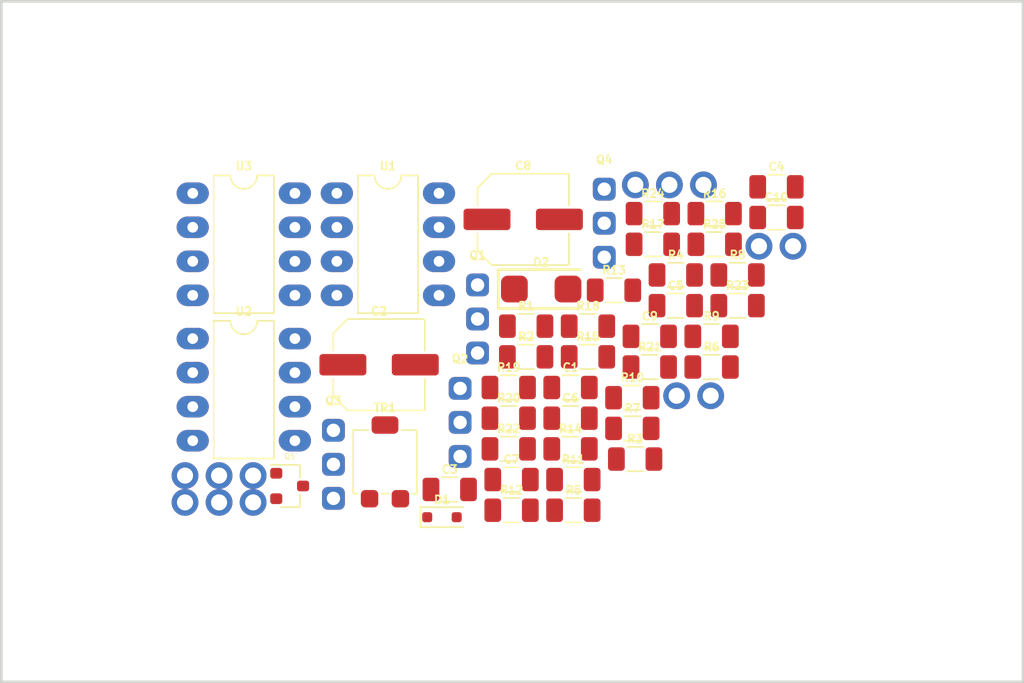
<source format=kicad_pcb>
(kicad_pcb (version 20171130) (host pcbnew "(5.0.2)-1")

  (general
    (thickness 1.6)
    (drawings 4)
    (tracks 0)
    (zones 0)
    (modules 51)
    (nets 30)
  )

  (page A4)
  (layers
    (0 F.Cu signal)
    (31 B.Cu signal)
    (32 B.Adhes user)
    (33 F.Adhes user)
    (34 B.Paste user)
    (35 F.Paste user)
    (36 B.SilkS user)
    (37 F.SilkS user)
    (38 B.Mask user)
    (39 F.Mask user)
    (40 Dwgs.User user)
    (41 Cmts.User user)
    (42 Eco1.User user)
    (43 Eco2.User user)
    (44 Edge.Cuts user)
    (45 Margin user)
    (46 B.CrtYd user)
    (47 F.CrtYd user)
    (48 B.Fab user)
    (49 F.Fab user)
  )

  (setup
    (last_trace_width 0.1524)
    (trace_clearance 0.1524)
    (zone_clearance 0.1524)
    (zone_45_only no)
    (trace_min 0.1524)
    (segment_width 0.2)
    (edge_width 0.15)
    (via_size 0.8)
    (via_drill 0.6)
    (via_min_size 0.4)
    (via_min_drill 0.3)
    (uvia_size 0.3)
    (uvia_drill 0.1)
    (uvias_allowed no)
    (uvia_min_size 0.2)
    (uvia_min_drill 0.1)
    (pcb_text_width 0.3)
    (pcb_text_size 1.5 1.5)
    (mod_edge_width 0.15)
    (mod_text_size 1 1)
    (mod_text_width 0.15)
    (pad_size 1.524 1.524)
    (pad_drill 0.762)
    (pad_to_mask_clearance 0.051)
    (solder_mask_min_width 0.25)
    (aux_axis_origin 0 0)
    (visible_elements 7FFFFFFF)
    (pcbplotparams
      (layerselection 0x01000_fffffffe)
      (usegerberextensions false)
      (usegerberattributes false)
      (usegerberadvancedattributes false)
      (creategerberjobfile false)
      (excludeedgelayer true)
      (linewidth 0.050000)
      (plotframeref false)
      (viasonmask false)
      (mode 1)
      (useauxorigin false)
      (hpglpennumber 1)
      (hpglpenspeed 20)
      (hpglpendiameter 15.000000)
      (psnegative false)
      (psa4output false)
      (plotreference false)
      (plotvalue false)
      (plotinvisibletext false)
      (padsonsilk false)
      (subtractmaskfromsilk false)
      (outputformat 5)
      (mirror true)
      (drillshape 1)
      (scaleselection 1)
      (outputdirectory "svg/"))
  )

  (net 0 "")
  (net 1 "Net-(Q5-Pad1)")
  (net 2 VREF)
  (net 3 "Net-(C9-Pad1)")
  (net 4 "Net-(C5-Pad1)")
  (net 5 "Net-(R10-Pad1)")
  (net 6 "Net-(C6-Pad2)")
  (net 7 "Net-(C1-Pad1)")
  (net 8 "Net-(C1-Pad2)")
  (net 9 +9.0VDC)
  (net 10 "Net-(R4-Pad2)")
  (net 11 VBIAS)
  (net 12 "Net-(C3-Pad1)")
  (net 13 "Net-(R5-Pad2)")
  (net 14 "Net-(C3-Pad2)")
  (net 15 "Net-(R16-Pad2)")
  (net 16 "Net-(R14-Pad2)")
  (net 17 "Net-(C5-Pad2)")
  (net 18 "Net-(C6-Pad1)")
  (net 19 "Net-(R11-Pad2)")
  (net 20 "Net-(C7-Pad1)")
  (net 21 "Net-(C7-Pad2)")
  (net 22 "Net-(C8-Pad1)")
  (net 23 "Net-(C10-Pad1)")
  (net 24 "Net-(R21-Pad1)")
  (net 25 GND)
  (net 26 "Net-(C10-Pad2)")
  (net 27 "Net-(R18-Pad1)")
  (net 28 "Net-(J2-Pad1)")
  (net 29 "Net-(C9-Pad2)")

  (net_class Default "This is the default net class."
    (clearance 0.1524)
    (trace_width 0.1524)
    (via_dia 0.8)
    (via_drill 0.6)
    (uvia_dia 0.3)
    (uvia_drill 0.1)
    (diff_pair_gap 0.381)
    (diff_pair_width 0.381)
    (add_net "Net-(C1-Pad1)")
    (add_net "Net-(C1-Pad2)")
    (add_net "Net-(C10-Pad1)")
    (add_net "Net-(C10-Pad2)")
    (add_net "Net-(C3-Pad1)")
    (add_net "Net-(C3-Pad2)")
    (add_net "Net-(C5-Pad1)")
    (add_net "Net-(C5-Pad2)")
    (add_net "Net-(C6-Pad1)")
    (add_net "Net-(C6-Pad2)")
    (add_net "Net-(C7-Pad1)")
    (add_net "Net-(C7-Pad2)")
    (add_net "Net-(C8-Pad1)")
    (add_net "Net-(C9-Pad1)")
    (add_net "Net-(C9-Pad2)")
    (add_net "Net-(J2-Pad1)")
    (add_net "Net-(Q5-Pad1)")
    (add_net "Net-(R10-Pad1)")
    (add_net "Net-(R11-Pad2)")
    (add_net "Net-(R14-Pad2)")
    (add_net "Net-(R16-Pad2)")
    (add_net "Net-(R18-Pad1)")
    (add_net "Net-(R21-Pad1)")
    (add_net "Net-(R5-Pad2)")
  )

  (net_class Power ""
    (clearance 0.381)
    (trace_width 0.762)
    (via_dia 0.8)
    (via_drill 0.6)
    (uvia_dia 0.3)
    (uvia_drill 0.1)
    (diff_pair_gap 0.762)
    (diff_pair_width 0.762)
    (add_net +9.0VDC)
    (add_net GND)
    (add_net "Net-(R4-Pad2)")
    (add_net VBIAS)
    (add_net VREF)
  )

  (module SA_Capacitors_SMD:C_1206_3216M (layer F.Cu) (tedit 5C29F026) (tstamp 5C731BA3)
    (at 166.145001 49.645001)
    (descr "Capacitor SMD 1206 (3216 Metric), square (rectangular) end terminal, IPC_7351 nominal, (Body size source: http://www.tortai-tech.com/upload/download/2011102023233369053.pdf), generated with kicad-footprint-generator")
    (tags capacitor)
    (path /5C6BF0E8)
    (attr smd)
    (fp_text reference R1 (at 0 -1.5) (layer F.SilkS)
      (effects (font (size 0.6 0.6) (thickness 0.127)))
    )
    (fp_text value 10k (at 0 1.35) (layer F.Fab)
      (effects (font (size 0.3 0.3) (thickness 0.03)))
    )
    (fp_line (start -1.6 0.8) (end -1.6 -0.8) (layer F.Fab) (width 0.1))
    (fp_line (start -1.6 -0.8) (end 1.6 -0.8) (layer F.Fab) (width 0.1))
    (fp_line (start 1.6 -0.8) (end 1.6 0.8) (layer F.Fab) (width 0.1))
    (fp_line (start 1.6 0.8) (end -1.6 0.8) (layer F.Fab) (width 0.1))
    (fp_line (start -0.602064 -0.91) (end 0.602064 -0.91) (layer F.SilkS) (width 0.12))
    (fp_line (start -0.602064 0.91) (end 0.602064 0.91) (layer F.SilkS) (width 0.12))
    (fp_line (start -2.28 1.12) (end -2.28 -1.12) (layer F.CrtYd) (width 0.05))
    (fp_line (start -2.28 -1.12) (end 2.28 -1.12) (layer F.CrtYd) (width 0.05))
    (fp_line (start 2.28 -1.12) (end 2.28 1.12) (layer F.CrtYd) (width 0.05))
    (fp_line (start 2.28 1.12) (end -2.28 1.12) (layer F.CrtYd) (width 0.05))
    (fp_text user %R (at 0 0) (layer F.Fab)
      (effects (font (size 0.4 0.4) (thickness 0.05)))
    )
    (pad 1 smd roundrect (at -1.4 0) (size 1.25 1.75) (layers F.Cu F.Paste F.Mask) (roundrect_rratio 0.2)
      (net 28 "Net-(J2-Pad1)"))
    (pad 2 smd roundrect (at 1.4 0) (size 1.25 1.75) (layers F.Cu F.Paste F.Mask) (roundrect_rratio 0.2)
      (net 7 "Net-(C1-Pad1)"))
    (model ${SA_LIB_3DSHAPES}/Packages/C_1206_3216Metric.step
      (at (xyz 0 0 0))
      (scale (xyz 1 1 1))
      (rotate (xyz 0 0 0))
    )
  )

  (module SA_Capacitors_SMD:C_1206_3216M (layer F.Cu) (tedit 5C29F026) (tstamp 5C731B92)
    (at 166.145001 51.935001)
    (descr "Capacitor SMD 1206 (3216 Metric), square (rectangular) end terminal, IPC_7351 nominal, (Body size source: http://www.tortai-tech.com/upload/download/2011102023233369053.pdf), generated with kicad-footprint-generator")
    (tags capacitor)
    (path /5C6BF173)
    (attr smd)
    (fp_text reference R2 (at 0 -1.5) (layer F.SilkS)
      (effects (font (size 0.6 0.6) (thickness 0.127)))
    )
    (fp_text value 470k (at 0 1.35) (layer F.Fab)
      (effects (font (size 0.3 0.3) (thickness 0.03)))
    )
    (fp_text user %R (at 0 0) (layer F.Fab)
      (effects (font (size 0.4 0.4) (thickness 0.05)))
    )
    (fp_line (start 2.28 1.12) (end -2.28 1.12) (layer F.CrtYd) (width 0.05))
    (fp_line (start 2.28 -1.12) (end 2.28 1.12) (layer F.CrtYd) (width 0.05))
    (fp_line (start -2.28 -1.12) (end 2.28 -1.12) (layer F.CrtYd) (width 0.05))
    (fp_line (start -2.28 1.12) (end -2.28 -1.12) (layer F.CrtYd) (width 0.05))
    (fp_line (start -0.602064 0.91) (end 0.602064 0.91) (layer F.SilkS) (width 0.12))
    (fp_line (start -0.602064 -0.91) (end 0.602064 -0.91) (layer F.SilkS) (width 0.12))
    (fp_line (start 1.6 0.8) (end -1.6 0.8) (layer F.Fab) (width 0.1))
    (fp_line (start 1.6 -0.8) (end 1.6 0.8) (layer F.Fab) (width 0.1))
    (fp_line (start -1.6 -0.8) (end 1.6 -0.8) (layer F.Fab) (width 0.1))
    (fp_line (start -1.6 0.8) (end -1.6 -0.8) (layer F.Fab) (width 0.1))
    (pad 2 smd roundrect (at 1.4 0) (size 1.25 1.75) (layers F.Cu F.Paste F.Mask) (roundrect_rratio 0.2)
      (net 2 VREF))
    (pad 1 smd roundrect (at -1.4 0) (size 1.25 1.75) (layers F.Cu F.Paste F.Mask) (roundrect_rratio 0.2)
      (net 8 "Net-(C1-Pad2)"))
    (model ${SA_LIB_3DSHAPES}/Packages/C_1206_3216Metric.step
      (at (xyz 0 0 0))
      (scale (xyz 1 1 1))
      (rotate (xyz 0 0 0))
    )
  )

  (module SA_Capacitors_SMD:C_1206_3216M (layer F.Cu) (tedit 5C29F026) (tstamp 5C731B81)
    (at 174.275001 59.565001)
    (descr "Capacitor SMD 1206 (3216 Metric), square (rectangular) end terminal, IPC_7351 nominal, (Body size source: http://www.tortai-tech.com/upload/download/2011102023233369053.pdf), generated with kicad-footprint-generator")
    (tags capacitor)
    (path /5C775AFC)
    (attr smd)
    (fp_text reference R3 (at 0 -1.5) (layer F.SilkS)
      (effects (font (size 0.6 0.6) (thickness 0.127)))
    )
    (fp_text value 10k (at 0 1.35) (layer F.Fab)
      (effects (font (size 0.3 0.3) (thickness 0.03)))
    )
    (fp_line (start -1.6 0.8) (end -1.6 -0.8) (layer F.Fab) (width 0.1))
    (fp_line (start -1.6 -0.8) (end 1.6 -0.8) (layer F.Fab) (width 0.1))
    (fp_line (start 1.6 -0.8) (end 1.6 0.8) (layer F.Fab) (width 0.1))
    (fp_line (start 1.6 0.8) (end -1.6 0.8) (layer F.Fab) (width 0.1))
    (fp_line (start -0.602064 -0.91) (end 0.602064 -0.91) (layer F.SilkS) (width 0.12))
    (fp_line (start -0.602064 0.91) (end 0.602064 0.91) (layer F.SilkS) (width 0.12))
    (fp_line (start -2.28 1.12) (end -2.28 -1.12) (layer F.CrtYd) (width 0.05))
    (fp_line (start -2.28 -1.12) (end 2.28 -1.12) (layer F.CrtYd) (width 0.05))
    (fp_line (start 2.28 -1.12) (end 2.28 1.12) (layer F.CrtYd) (width 0.05))
    (fp_line (start 2.28 1.12) (end -2.28 1.12) (layer F.CrtYd) (width 0.05))
    (fp_text user %R (at 0 0) (layer F.Fab)
      (effects (font (size 0.4 0.4) (thickness 0.05)))
    )
    (pad 1 smd roundrect (at -1.4 0) (size 1.25 1.75) (layers F.Cu F.Paste F.Mask) (roundrect_rratio 0.2)
      (net 9 +9.0VDC))
    (pad 2 smd roundrect (at 1.4 0) (size 1.25 1.75) (layers F.Cu F.Paste F.Mask) (roundrect_rratio 0.2)
      (net 2 VREF))
    (model ${SA_LIB_3DSHAPES}/Packages/C_1206_3216Metric.step
      (at (xyz 0 0 0))
      (scale (xyz 1 1 1))
      (rotate (xyz 0 0 0))
    )
  )

  (module SA_Capacitors_SMD:C_1206_3216M (layer F.Cu) (tedit 5C29F026) (tstamp 5C731B70)
    (at 177.305001 45.825001)
    (descr "Capacitor SMD 1206 (3216 Metric), square (rectangular) end terminal, IPC_7351 nominal, (Body size source: http://www.tortai-tech.com/upload/download/2011102023233369053.pdf), generated with kicad-footprint-generator")
    (tags capacitor)
    (path /5C79374B)
    (attr smd)
    (fp_text reference R4 (at 0 -1.5) (layer F.SilkS)
      (effects (font (size 0.6 0.6) (thickness 0.127)))
    )
    (fp_text value 1M (at 0 1.35) (layer F.Fab)
      (effects (font (size 0.3 0.3) (thickness 0.03)))
    )
    (fp_text user %R (at 0 0) (layer F.Fab)
      (effects (font (size 0.4 0.4) (thickness 0.05)))
    )
    (fp_line (start 2.28 1.12) (end -2.28 1.12) (layer F.CrtYd) (width 0.05))
    (fp_line (start 2.28 -1.12) (end 2.28 1.12) (layer F.CrtYd) (width 0.05))
    (fp_line (start -2.28 -1.12) (end 2.28 -1.12) (layer F.CrtYd) (width 0.05))
    (fp_line (start -2.28 1.12) (end -2.28 -1.12) (layer F.CrtYd) (width 0.05))
    (fp_line (start -0.602064 0.91) (end 0.602064 0.91) (layer F.SilkS) (width 0.12))
    (fp_line (start -0.602064 -0.91) (end 0.602064 -0.91) (layer F.SilkS) (width 0.12))
    (fp_line (start 1.6 0.8) (end -1.6 0.8) (layer F.Fab) (width 0.1))
    (fp_line (start 1.6 -0.8) (end 1.6 0.8) (layer F.Fab) (width 0.1))
    (fp_line (start -1.6 -0.8) (end 1.6 -0.8) (layer F.Fab) (width 0.1))
    (fp_line (start -1.6 0.8) (end -1.6 -0.8) (layer F.Fab) (width 0.1))
    (pad 2 smd roundrect (at 1.4 0) (size 1.25 1.75) (layers F.Cu F.Paste F.Mask) (roundrect_rratio 0.2)
      (net 10 "Net-(R4-Pad2)"))
    (pad 1 smd roundrect (at -1.4 0) (size 1.25 1.75) (layers F.Cu F.Paste F.Mask) (roundrect_rratio 0.2)
      (net 11 VBIAS))
    (model ${SA_LIB_3DSHAPES}/Packages/C_1206_3216Metric.step
      (at (xyz 0 0 0))
      (scale (xyz 1 1 1))
      (rotate (xyz 0 0 0))
    )
  )

  (module SA_Capacitors_SMD:C_1206_3216M (layer F.Cu) (tedit 5C29F026) (tstamp 5C731B5F)
    (at 169.665001 63.385001)
    (descr "Capacitor SMD 1206 (3216 Metric), square (rectangular) end terminal, IPC_7351 nominal, (Body size source: http://www.tortai-tech.com/upload/download/2011102023233369053.pdf), generated with kicad-footprint-generator")
    (tags capacitor)
    (path /5C6BF356)
    (attr smd)
    (fp_text reference R5 (at 0 -1.5) (layer F.SilkS)
      (effects (font (size 0.6 0.6) (thickness 0.127)))
    )
    (fp_text value 10k (at 0 1.35) (layer F.Fab)
      (effects (font (size 0.3 0.3) (thickness 0.03)))
    )
    (fp_line (start -1.6 0.8) (end -1.6 -0.8) (layer F.Fab) (width 0.1))
    (fp_line (start -1.6 -0.8) (end 1.6 -0.8) (layer F.Fab) (width 0.1))
    (fp_line (start 1.6 -0.8) (end 1.6 0.8) (layer F.Fab) (width 0.1))
    (fp_line (start 1.6 0.8) (end -1.6 0.8) (layer F.Fab) (width 0.1))
    (fp_line (start -0.602064 -0.91) (end 0.602064 -0.91) (layer F.SilkS) (width 0.12))
    (fp_line (start -0.602064 0.91) (end 0.602064 0.91) (layer F.SilkS) (width 0.12))
    (fp_line (start -2.28 1.12) (end -2.28 -1.12) (layer F.CrtYd) (width 0.05))
    (fp_line (start -2.28 -1.12) (end 2.28 -1.12) (layer F.CrtYd) (width 0.05))
    (fp_line (start 2.28 -1.12) (end 2.28 1.12) (layer F.CrtYd) (width 0.05))
    (fp_line (start 2.28 1.12) (end -2.28 1.12) (layer F.CrtYd) (width 0.05))
    (fp_text user %R (at 0 0) (layer F.Fab)
      (effects (font (size 0.4 0.4) (thickness 0.05)))
    )
    (pad 1 smd roundrect (at -1.4 0) (size 1.25 1.75) (layers F.Cu F.Paste F.Mask) (roundrect_rratio 0.2)
      (net 12 "Net-(C3-Pad1)"))
    (pad 2 smd roundrect (at 1.4 0) (size 1.25 1.75) (layers F.Cu F.Paste F.Mask) (roundrect_rratio 0.2)
      (net 13 "Net-(R5-Pad2)"))
    (model ${SA_LIB_3DSHAPES}/Packages/C_1206_3216Metric.step
      (at (xyz 0 0 0))
      (scale (xyz 1 1 1))
      (rotate (xyz 0 0 0))
    )
  )

  (module SA_Capacitors_SMD:C_1206_3216M (layer F.Cu) (tedit 5C29F026) (tstamp 5C731B4E)
    (at 179.975001 52.695001)
    (descr "Capacitor SMD 1206 (3216 Metric), square (rectangular) end terminal, IPC_7351 nominal, (Body size source: http://www.tortai-tech.com/upload/download/2011102023233369053.pdf), generated with kicad-footprint-generator")
    (tags capacitor)
    (path /5C6BF514)
    (attr smd)
    (fp_text reference R6 (at 0 -1.5) (layer F.SilkS)
      (effects (font (size 0.6 0.6) (thickness 0.127)))
    )
    (fp_text value 24k (at 0 1.35) (layer F.Fab)
      (effects (font (size 0.3 0.3) (thickness 0.03)))
    )
    (fp_text user %R (at 0 0) (layer F.Fab)
      (effects (font (size 0.4 0.4) (thickness 0.05)))
    )
    (fp_line (start 2.28 1.12) (end -2.28 1.12) (layer F.CrtYd) (width 0.05))
    (fp_line (start 2.28 -1.12) (end 2.28 1.12) (layer F.CrtYd) (width 0.05))
    (fp_line (start -2.28 -1.12) (end 2.28 -1.12) (layer F.CrtYd) (width 0.05))
    (fp_line (start -2.28 1.12) (end -2.28 -1.12) (layer F.CrtYd) (width 0.05))
    (fp_line (start -0.602064 0.91) (end 0.602064 0.91) (layer F.SilkS) (width 0.12))
    (fp_line (start -0.602064 -0.91) (end 0.602064 -0.91) (layer F.SilkS) (width 0.12))
    (fp_line (start 1.6 0.8) (end -1.6 0.8) (layer F.Fab) (width 0.1))
    (fp_line (start 1.6 -0.8) (end 1.6 0.8) (layer F.Fab) (width 0.1))
    (fp_line (start -1.6 -0.8) (end 1.6 -0.8) (layer F.Fab) (width 0.1))
    (fp_line (start -1.6 0.8) (end -1.6 -0.8) (layer F.Fab) (width 0.1))
    (pad 2 smd roundrect (at 1.4 0) (size 1.25 1.75) (layers F.Cu F.Paste F.Mask) (roundrect_rratio 0.2)
      (net 2 VREF))
    (pad 1 smd roundrect (at -1.4 0) (size 1.25 1.75) (layers F.Cu F.Paste F.Mask) (roundrect_rratio 0.2)
      (net 14 "Net-(C3-Pad2)"))
    (model ${SA_LIB_3DSHAPES}/Packages/C_1206_3216Metric.step
      (at (xyz 0 0 0))
      (scale (xyz 1 1 1))
      (rotate (xyz 0 0 0))
    )
  )

  (module SA_Capacitors_SMD:C_1206_3216M (layer F.Cu) (tedit 5C29F026) (tstamp 5C731B3D)
    (at 174.065001 57.275001)
    (descr "Capacitor SMD 1206 (3216 Metric), square (rectangular) end terminal, IPC_7351 nominal, (Body size source: http://www.tortai-tech.com/upload/download/2011102023233369053.pdf), generated with kicad-footprint-generator")
    (tags capacitor)
    (path /5C6BFCD4)
    (attr smd)
    (fp_text reference R7 (at 0 -1.5) (layer F.SilkS)
      (effects (font (size 0.6 0.6) (thickness 0.127)))
    )
    (fp_text value 10k (at 0 1.35) (layer F.Fab)
      (effects (font (size 0.3 0.3) (thickness 0.03)))
    )
    (fp_line (start -1.6 0.8) (end -1.6 -0.8) (layer F.Fab) (width 0.1))
    (fp_line (start -1.6 -0.8) (end 1.6 -0.8) (layer F.Fab) (width 0.1))
    (fp_line (start 1.6 -0.8) (end 1.6 0.8) (layer F.Fab) (width 0.1))
    (fp_line (start 1.6 0.8) (end -1.6 0.8) (layer F.Fab) (width 0.1))
    (fp_line (start -0.602064 -0.91) (end 0.602064 -0.91) (layer F.SilkS) (width 0.12))
    (fp_line (start -0.602064 0.91) (end 0.602064 0.91) (layer F.SilkS) (width 0.12))
    (fp_line (start -2.28 1.12) (end -2.28 -1.12) (layer F.CrtYd) (width 0.05))
    (fp_line (start -2.28 -1.12) (end 2.28 -1.12) (layer F.CrtYd) (width 0.05))
    (fp_line (start 2.28 -1.12) (end 2.28 1.12) (layer F.CrtYd) (width 0.05))
    (fp_line (start 2.28 1.12) (end -2.28 1.12) (layer F.CrtYd) (width 0.05))
    (fp_text user %R (at 0 0) (layer F.Fab)
      (effects (font (size 0.4 0.4) (thickness 0.05)))
    )
    (pad 1 smd roundrect (at -1.4 0) (size 1.25 1.75) (layers F.Cu F.Paste F.Mask) (roundrect_rratio 0.2)
      (net 13 "Net-(R5-Pad2)"))
    (pad 2 smd roundrect (at 1.4 0) (size 1.25 1.75) (layers F.Cu F.Paste F.Mask) (roundrect_rratio 0.2)
      (net 4 "Net-(C5-Pad1)"))
    (model ${SA_LIB_3DSHAPES}/Packages/C_1206_3216Metric.step
      (at (xyz 0 0 0))
      (scale (xyz 1 1 1))
      (rotate (xyz 0 0 0))
    )
  )

  (module SA_Capacitors_SMD:C_1206_3216M (layer F.Cu) (tedit 5C29F026) (tstamp 5C731B2C)
    (at 181.915001 48.115001)
    (descr "Capacitor SMD 1206 (3216 Metric), square (rectangular) end terminal, IPC_7351 nominal, (Body size source: http://www.tortai-tech.com/upload/download/2011102023233369053.pdf), generated with kicad-footprint-generator")
    (tags capacitor)
    (path /5C6FB657)
    (attr smd)
    (fp_text reference R23 (at 0 -1.5) (layer F.SilkS)
      (effects (font (size 0.6 0.6) (thickness 0.127)))
    )
    (fp_text value 56k (at 0 1.35) (layer F.Fab)
      (effects (font (size 0.3 0.3) (thickness 0.03)))
    )
    (fp_text user %R (at 0 0) (layer F.Fab)
      (effects (font (size 0.4 0.4) (thickness 0.05)))
    )
    (fp_line (start 2.28 1.12) (end -2.28 1.12) (layer F.CrtYd) (width 0.05))
    (fp_line (start 2.28 -1.12) (end 2.28 1.12) (layer F.CrtYd) (width 0.05))
    (fp_line (start -2.28 -1.12) (end 2.28 -1.12) (layer F.CrtYd) (width 0.05))
    (fp_line (start -2.28 1.12) (end -2.28 -1.12) (layer F.CrtYd) (width 0.05))
    (fp_line (start -0.602064 0.91) (end 0.602064 0.91) (layer F.SilkS) (width 0.12))
    (fp_line (start -0.602064 -0.91) (end 0.602064 -0.91) (layer F.SilkS) (width 0.12))
    (fp_line (start 1.6 0.8) (end -1.6 0.8) (layer F.Fab) (width 0.1))
    (fp_line (start 1.6 -0.8) (end 1.6 0.8) (layer F.Fab) (width 0.1))
    (fp_line (start -1.6 -0.8) (end 1.6 -0.8) (layer F.Fab) (width 0.1))
    (fp_line (start -1.6 0.8) (end -1.6 -0.8) (layer F.Fab) (width 0.1))
    (pad 2 smd roundrect (at 1.4 0) (size 1.25 1.75) (layers F.Cu F.Paste F.Mask) (roundrect_rratio 0.2)
      (net 25 GND))
    (pad 1 smd roundrect (at -1.4 0) (size 1.25 1.75) (layers F.Cu F.Paste F.Mask) (roundrect_rratio 0.2)
      (net 3 "Net-(C9-Pad1)"))
    (model ${SA_LIB_3DSHAPES}/Packages/C_1206_3216Metric.step
      (at (xyz 0 0 0))
      (scale (xyz 1 1 1))
      (rotate (xyz 0 0 0))
    )
  )

  (module SA_Capacitors_SMD:C_1206_3216M (layer F.Cu) (tedit 5C29F026) (tstamp 5C731B1B)
    (at 179.975001 50.405001)
    (descr "Capacitor SMD 1206 (3216 Metric), square (rectangular) end terminal, IPC_7351 nominal, (Body size source: http://www.tortai-tech.com/upload/download/2011102023233369053.pdf), generated with kicad-footprint-generator")
    (tags capacitor)
    (path /5C6C1BF9)
    (attr smd)
    (fp_text reference R9 (at 0 -1.5) (layer F.SilkS)
      (effects (font (size 0.6 0.6) (thickness 0.127)))
    )
    (fp_text value 24k (at 0 1.35) (layer F.Fab)
      (effects (font (size 0.3 0.3) (thickness 0.03)))
    )
    (fp_line (start -1.6 0.8) (end -1.6 -0.8) (layer F.Fab) (width 0.1))
    (fp_line (start -1.6 -0.8) (end 1.6 -0.8) (layer F.Fab) (width 0.1))
    (fp_line (start 1.6 -0.8) (end 1.6 0.8) (layer F.Fab) (width 0.1))
    (fp_line (start 1.6 0.8) (end -1.6 0.8) (layer F.Fab) (width 0.1))
    (fp_line (start -0.602064 -0.91) (end 0.602064 -0.91) (layer F.SilkS) (width 0.12))
    (fp_line (start -0.602064 0.91) (end 0.602064 0.91) (layer F.SilkS) (width 0.12))
    (fp_line (start -2.28 1.12) (end -2.28 -1.12) (layer F.CrtYd) (width 0.05))
    (fp_line (start -2.28 -1.12) (end 2.28 -1.12) (layer F.CrtYd) (width 0.05))
    (fp_line (start 2.28 -1.12) (end 2.28 1.12) (layer F.CrtYd) (width 0.05))
    (fp_line (start 2.28 1.12) (end -2.28 1.12) (layer F.CrtYd) (width 0.05))
    (fp_text user %R (at 0 0) (layer F.Fab)
      (effects (font (size 0.4 0.4) (thickness 0.05)))
    )
    (pad 1 smd roundrect (at -1.4 0) (size 1.25 1.75) (layers F.Cu F.Paste F.Mask) (roundrect_rratio 0.2)
      (net 17 "Net-(C5-Pad2)"))
    (pad 2 smd roundrect (at 1.4 0) (size 1.25 1.75) (layers F.Cu F.Paste F.Mask) (roundrect_rratio 0.2)
      (net 2 VREF))
    (model ${SA_LIB_3DSHAPES}/Packages/C_1206_3216Metric.step
      (at (xyz 0 0 0))
      (scale (xyz 1 1 1))
      (rotate (xyz 0 0 0))
    )
  )

  (module SA_Capacitors_SMD:C_1206_3216M (layer F.Cu) (tedit 5C29F026) (tstamp 5C731B0A)
    (at 174.065001 54.985001)
    (descr "Capacitor SMD 1206 (3216 Metric), square (rectangular) end terminal, IPC_7351 nominal, (Body size source: http://www.tortai-tech.com/upload/download/2011102023233369053.pdf), generated with kicad-footprint-generator")
    (tags capacitor)
    (path /5C6C1C15)
    (attr smd)
    (fp_text reference R10 (at 0 -1.5) (layer F.SilkS)
      (effects (font (size 0.6 0.6) (thickness 0.127)))
    )
    (fp_text value 10k (at 0 1.35) (layer F.Fab)
      (effects (font (size 0.3 0.3) (thickness 0.03)))
    )
    (fp_text user %R (at 0 0) (layer F.Fab)
      (effects (font (size 0.4 0.4) (thickness 0.05)))
    )
    (fp_line (start 2.28 1.12) (end -2.28 1.12) (layer F.CrtYd) (width 0.05))
    (fp_line (start 2.28 -1.12) (end 2.28 1.12) (layer F.CrtYd) (width 0.05))
    (fp_line (start -2.28 -1.12) (end 2.28 -1.12) (layer F.CrtYd) (width 0.05))
    (fp_line (start -2.28 1.12) (end -2.28 -1.12) (layer F.CrtYd) (width 0.05))
    (fp_line (start -0.602064 0.91) (end 0.602064 0.91) (layer F.SilkS) (width 0.12))
    (fp_line (start -0.602064 -0.91) (end 0.602064 -0.91) (layer F.SilkS) (width 0.12))
    (fp_line (start 1.6 0.8) (end -1.6 0.8) (layer F.Fab) (width 0.1))
    (fp_line (start 1.6 -0.8) (end 1.6 0.8) (layer F.Fab) (width 0.1))
    (fp_line (start -1.6 -0.8) (end 1.6 -0.8) (layer F.Fab) (width 0.1))
    (fp_line (start -1.6 0.8) (end -1.6 -0.8) (layer F.Fab) (width 0.1))
    (pad 2 smd roundrect (at 1.4 0) (size 1.25 1.75) (layers F.Cu F.Paste F.Mask) (roundrect_rratio 0.2)
      (net 18 "Net-(C6-Pad1)"))
    (pad 1 smd roundrect (at -1.4 0) (size 1.25 1.75) (layers F.Cu F.Paste F.Mask) (roundrect_rratio 0.2)
      (net 5 "Net-(R10-Pad1)"))
    (model ${SA_LIB_3DSHAPES}/Packages/C_1206_3216Metric.step
      (at (xyz 0 0 0))
      (scale (xyz 1 1 1))
      (rotate (xyz 0 0 0))
    )
  )

  (module SA_Capacitors_SMD:C_1206_3216M (layer F.Cu) (tedit 5C29F026) (tstamp 5C731AF9)
    (at 169.665001 61.095001)
    (descr "Capacitor SMD 1206 (3216 Metric), square (rectangular) end terminal, IPC_7351 nominal, (Body size source: http://www.tortai-tech.com/upload/download/2011102023233369053.pdf), generated with kicad-footprint-generator")
    (tags capacitor)
    (path /5C6C40BD)
    (attr smd)
    (fp_text reference R11 (at 0 -1.5) (layer F.SilkS)
      (effects (font (size 0.6 0.6) (thickness 0.127)))
    )
    (fp_text value 10k (at 0 1.35) (layer F.Fab)
      (effects (font (size 0.3 0.3) (thickness 0.03)))
    )
    (fp_line (start -1.6 0.8) (end -1.6 -0.8) (layer F.Fab) (width 0.1))
    (fp_line (start -1.6 -0.8) (end 1.6 -0.8) (layer F.Fab) (width 0.1))
    (fp_line (start 1.6 -0.8) (end 1.6 0.8) (layer F.Fab) (width 0.1))
    (fp_line (start 1.6 0.8) (end -1.6 0.8) (layer F.Fab) (width 0.1))
    (fp_line (start -0.602064 -0.91) (end 0.602064 -0.91) (layer F.SilkS) (width 0.12))
    (fp_line (start -0.602064 0.91) (end 0.602064 0.91) (layer F.SilkS) (width 0.12))
    (fp_line (start -2.28 1.12) (end -2.28 -1.12) (layer F.CrtYd) (width 0.05))
    (fp_line (start -2.28 -1.12) (end 2.28 -1.12) (layer F.CrtYd) (width 0.05))
    (fp_line (start 2.28 -1.12) (end 2.28 1.12) (layer F.CrtYd) (width 0.05))
    (fp_line (start 2.28 1.12) (end -2.28 1.12) (layer F.CrtYd) (width 0.05))
    (fp_text user %R (at 0 0) (layer F.Fab)
      (effects (font (size 0.4 0.4) (thickness 0.05)))
    )
    (pad 1 smd roundrect (at -1.4 0) (size 1.25 1.75) (layers F.Cu F.Paste F.Mask) (roundrect_rratio 0.2)
      (net 18 "Net-(C6-Pad1)"))
    (pad 2 smd roundrect (at 1.4 0) (size 1.25 1.75) (layers F.Cu F.Paste F.Mask) (roundrect_rratio 0.2)
      (net 19 "Net-(R11-Pad2)"))
    (model ${SA_LIB_3DSHAPES}/Packages/C_1206_3216Metric.step
      (at (xyz 0 0 0))
      (scale (xyz 1 1 1))
      (rotate (xyz 0 0 0))
    )
  )

  (module SA_Capacitors_SMD:C_1206_3216M (layer F.Cu) (tedit 5C29F026) (tstamp 5C731AE8)
    (at 165.055001 63.385001)
    (descr "Capacitor SMD 1206 (3216 Metric), square (rectangular) end terminal, IPC_7351 nominal, (Body size source: http://www.tortai-tech.com/upload/download/2011102023233369053.pdf), generated with kicad-footprint-generator")
    (tags capacitor)
    (path /5C6C40CB)
    (attr smd)
    (fp_text reference R12 (at 0 -1.5) (layer F.SilkS)
      (effects (font (size 0.6 0.6) (thickness 0.127)))
    )
    (fp_text value 24k (at 0 1.35) (layer F.Fab)
      (effects (font (size 0.3 0.3) (thickness 0.03)))
    )
    (fp_text user %R (at 0 0) (layer F.Fab)
      (effects (font (size 0.4 0.4) (thickness 0.05)))
    )
    (fp_line (start 2.28 1.12) (end -2.28 1.12) (layer F.CrtYd) (width 0.05))
    (fp_line (start 2.28 -1.12) (end 2.28 1.12) (layer F.CrtYd) (width 0.05))
    (fp_line (start -2.28 -1.12) (end 2.28 -1.12) (layer F.CrtYd) (width 0.05))
    (fp_line (start -2.28 1.12) (end -2.28 -1.12) (layer F.CrtYd) (width 0.05))
    (fp_line (start -0.602064 0.91) (end 0.602064 0.91) (layer F.SilkS) (width 0.12))
    (fp_line (start -0.602064 -0.91) (end 0.602064 -0.91) (layer F.SilkS) (width 0.12))
    (fp_line (start 1.6 0.8) (end -1.6 0.8) (layer F.Fab) (width 0.1))
    (fp_line (start 1.6 -0.8) (end 1.6 0.8) (layer F.Fab) (width 0.1))
    (fp_line (start -1.6 -0.8) (end 1.6 -0.8) (layer F.Fab) (width 0.1))
    (fp_line (start -1.6 0.8) (end -1.6 -0.8) (layer F.Fab) (width 0.1))
    (pad 2 smd roundrect (at 1.4 0) (size 1.25 1.75) (layers F.Cu F.Paste F.Mask) (roundrect_rratio 0.2)
      (net 2 VREF))
    (pad 1 smd roundrect (at -1.4 0) (size 1.25 1.75) (layers F.Cu F.Paste F.Mask) (roundrect_rratio 0.2)
      (net 6 "Net-(C6-Pad2)"))
    (model ${SA_LIB_3DSHAPES}/Packages/C_1206_3216Metric.step
      (at (xyz 0 0 0))
      (scale (xyz 1 1 1))
      (rotate (xyz 0 0 0))
    )
  )

  (module SA_Capacitors_SMD:C_1206_3216M (layer F.Cu) (tedit 5C29F026) (tstamp 5C731AD7)
    (at 172.695001 46.965001)
    (descr "Capacitor SMD 1206 (3216 Metric), square (rectangular) end terminal, IPC_7351 nominal, (Body size source: http://www.tortai-tech.com/upload/download/2011102023233369053.pdf), generated with kicad-footprint-generator")
    (tags capacitor)
    (path /5C6C40E7)
    (attr smd)
    (fp_text reference R13 (at 0 -1.5) (layer F.SilkS)
      (effects (font (size 0.6 0.6) (thickness 0.127)))
    )
    (fp_text value 10k (at 0 1.35) (layer F.Fab)
      (effects (font (size 0.3 0.3) (thickness 0.03)))
    )
    (fp_line (start -1.6 0.8) (end -1.6 -0.8) (layer F.Fab) (width 0.1))
    (fp_line (start -1.6 -0.8) (end 1.6 -0.8) (layer F.Fab) (width 0.1))
    (fp_line (start 1.6 -0.8) (end 1.6 0.8) (layer F.Fab) (width 0.1))
    (fp_line (start 1.6 0.8) (end -1.6 0.8) (layer F.Fab) (width 0.1))
    (fp_line (start -0.602064 -0.91) (end 0.602064 -0.91) (layer F.SilkS) (width 0.12))
    (fp_line (start -0.602064 0.91) (end 0.602064 0.91) (layer F.SilkS) (width 0.12))
    (fp_line (start -2.28 1.12) (end -2.28 -1.12) (layer F.CrtYd) (width 0.05))
    (fp_line (start -2.28 -1.12) (end 2.28 -1.12) (layer F.CrtYd) (width 0.05))
    (fp_line (start 2.28 -1.12) (end 2.28 1.12) (layer F.CrtYd) (width 0.05))
    (fp_line (start 2.28 1.12) (end -2.28 1.12) (layer F.CrtYd) (width 0.05))
    (fp_text user %R (at 0 0) (layer F.Fab)
      (effects (font (size 0.4 0.4) (thickness 0.05)))
    )
    (pad 1 smd roundrect (at -1.4 0) (size 1.25 1.75) (layers F.Cu F.Paste F.Mask) (roundrect_rratio 0.2)
      (net 19 "Net-(R11-Pad2)"))
    (pad 2 smd roundrect (at 1.4 0) (size 1.25 1.75) (layers F.Cu F.Paste F.Mask) (roundrect_rratio 0.2)
      (net 20 "Net-(C7-Pad1)"))
    (model ${SA_LIB_3DSHAPES}/Packages/C_1206_3216Metric.step
      (at (xyz 0 0 0))
      (scale (xyz 1 1 1))
      (rotate (xyz 0 0 0))
    )
  )

  (module SA_Capacitors_SMD:C_1206_3216M (layer F.Cu) (tedit 5C29F026) (tstamp 5C731AC6)
    (at 169.455001 58.805001)
    (descr "Capacitor SMD 1206 (3216 Metric), square (rectangular) end terminal, IPC_7351 nominal, (Body size source: http://www.tortai-tech.com/upload/download/2011102023233369053.pdf), generated with kicad-footprint-generator")
    (tags capacitor)
    (path /5C6C40FD)
    (attr smd)
    (fp_text reference R14 (at 0 -1.5) (layer F.SilkS)
      (effects (font (size 0.6 0.6) (thickness 0.127)))
    )
    (fp_text value 10k (at 0 1.35) (layer F.Fab)
      (effects (font (size 0.3 0.3) (thickness 0.03)))
    )
    (fp_text user %R (at 0 0) (layer F.Fab)
      (effects (font (size 0.4 0.4) (thickness 0.05)))
    )
    (fp_line (start 2.28 1.12) (end -2.28 1.12) (layer F.CrtYd) (width 0.05))
    (fp_line (start 2.28 -1.12) (end 2.28 1.12) (layer F.CrtYd) (width 0.05))
    (fp_line (start -2.28 -1.12) (end 2.28 -1.12) (layer F.CrtYd) (width 0.05))
    (fp_line (start -2.28 1.12) (end -2.28 -1.12) (layer F.CrtYd) (width 0.05))
    (fp_line (start -0.602064 0.91) (end 0.602064 0.91) (layer F.SilkS) (width 0.12))
    (fp_line (start -0.602064 -0.91) (end 0.602064 -0.91) (layer F.SilkS) (width 0.12))
    (fp_line (start 1.6 0.8) (end -1.6 0.8) (layer F.Fab) (width 0.1))
    (fp_line (start 1.6 -0.8) (end 1.6 0.8) (layer F.Fab) (width 0.1))
    (fp_line (start -1.6 -0.8) (end 1.6 -0.8) (layer F.Fab) (width 0.1))
    (fp_line (start -1.6 0.8) (end -1.6 -0.8) (layer F.Fab) (width 0.1))
    (pad 2 smd roundrect (at 1.4 0) (size 1.25 1.75) (layers F.Cu F.Paste F.Mask) (roundrect_rratio 0.2)
      (net 16 "Net-(R14-Pad2)"))
    (pad 1 smd roundrect (at -1.4 0) (size 1.25 1.75) (layers F.Cu F.Paste F.Mask) (roundrect_rratio 0.2)
      (net 20 "Net-(C7-Pad1)"))
    (model ${SA_LIB_3DSHAPES}/Packages/C_1206_3216Metric.step
      (at (xyz 0 0 0))
      (scale (xyz 1 1 1))
      (rotate (xyz 0 0 0))
    )
  )

  (module SA_Capacitors_SMD:C_1206_3216M (layer F.Cu) (tedit 5C29F026) (tstamp 5C731AB5)
    (at 175.365001 50.405001)
    (descr "Capacitor SMD 1206 (3216 Metric), square (rectangular) end terminal, IPC_7351 nominal, (Body size source: http://www.tortai-tech.com/upload/download/2011102023233369053.pdf), generated with kicad-footprint-generator")
    (tags capacitor)
    (path /5C6FEA96)
    (attr smd)
    (fp_text reference C9 (at 0 -1.5) (layer F.SilkS)
      (effects (font (size 0.6 0.6) (thickness 0.127)))
    )
    (fp_text value 47n (at 0 1.35) (layer F.Fab)
      (effects (font (size 0.3 0.3) (thickness 0.03)))
    )
    (fp_line (start -1.6 0.8) (end -1.6 -0.8) (layer F.Fab) (width 0.1))
    (fp_line (start -1.6 -0.8) (end 1.6 -0.8) (layer F.Fab) (width 0.1))
    (fp_line (start 1.6 -0.8) (end 1.6 0.8) (layer F.Fab) (width 0.1))
    (fp_line (start 1.6 0.8) (end -1.6 0.8) (layer F.Fab) (width 0.1))
    (fp_line (start -0.602064 -0.91) (end 0.602064 -0.91) (layer F.SilkS) (width 0.12))
    (fp_line (start -0.602064 0.91) (end 0.602064 0.91) (layer F.SilkS) (width 0.12))
    (fp_line (start -2.28 1.12) (end -2.28 -1.12) (layer F.CrtYd) (width 0.05))
    (fp_line (start -2.28 -1.12) (end 2.28 -1.12) (layer F.CrtYd) (width 0.05))
    (fp_line (start 2.28 -1.12) (end 2.28 1.12) (layer F.CrtYd) (width 0.05))
    (fp_line (start 2.28 1.12) (end -2.28 1.12) (layer F.CrtYd) (width 0.05))
    (fp_text user %R (at 0 0) (layer F.Fab)
      (effects (font (size 0.4 0.4) (thickness 0.05)))
    )
    (pad 1 smd roundrect (at -1.4 0) (size 1.25 1.75) (layers F.Cu F.Paste F.Mask) (roundrect_rratio 0.2)
      (net 3 "Net-(C9-Pad1)"))
    (pad 2 smd roundrect (at 1.4 0) (size 1.25 1.75) (layers F.Cu F.Paste F.Mask) (roundrect_rratio 0.2)
      (net 29 "Net-(C9-Pad2)"))
    (model ${SA_LIB_3DSHAPES}/Packages/C_1206_3216Metric.step
      (at (xyz 0 0 0))
      (scale (xyz 1 1 1))
      (rotate (xyz 0 0 0))
    )
  )

  (module SA_Capacitors_SMD:C_1206_3216M (layer F.Cu) (tedit 5C29F026) (tstamp 5C731AA4)
    (at 184.815001 41.535001)
    (descr "Capacitor SMD 1206 (3216 Metric), square (rectangular) end terminal, IPC_7351 nominal, (Body size source: http://www.tortai-tech.com/upload/download/2011102023233369053.pdf), generated with kicad-footprint-generator")
    (tags capacitor)
    (path /5C723902)
    (attr smd)
    (fp_text reference C10 (at 0 -1.5) (layer F.SilkS)
      (effects (font (size 0.6 0.6) (thickness 0.127)))
    )
    (fp_text value 10n (at 0 1.35) (layer F.Fab)
      (effects (font (size 0.3 0.3) (thickness 0.03)))
    )
    (fp_text user %R (at 0 0) (layer F.Fab)
      (effects (font (size 0.4 0.4) (thickness 0.05)))
    )
    (fp_line (start 2.28 1.12) (end -2.28 1.12) (layer F.CrtYd) (width 0.05))
    (fp_line (start 2.28 -1.12) (end 2.28 1.12) (layer F.CrtYd) (width 0.05))
    (fp_line (start -2.28 -1.12) (end 2.28 -1.12) (layer F.CrtYd) (width 0.05))
    (fp_line (start -2.28 1.12) (end -2.28 -1.12) (layer F.CrtYd) (width 0.05))
    (fp_line (start -0.602064 0.91) (end 0.602064 0.91) (layer F.SilkS) (width 0.12))
    (fp_line (start -0.602064 -0.91) (end 0.602064 -0.91) (layer F.SilkS) (width 0.12))
    (fp_line (start 1.6 0.8) (end -1.6 0.8) (layer F.Fab) (width 0.1))
    (fp_line (start 1.6 -0.8) (end 1.6 0.8) (layer F.Fab) (width 0.1))
    (fp_line (start -1.6 -0.8) (end 1.6 -0.8) (layer F.Fab) (width 0.1))
    (fp_line (start -1.6 0.8) (end -1.6 -0.8) (layer F.Fab) (width 0.1))
    (pad 2 smd roundrect (at 1.4 0) (size 1.25 1.75) (layers F.Cu F.Paste F.Mask) (roundrect_rratio 0.2)
      (net 26 "Net-(C10-Pad2)"))
    (pad 1 smd roundrect (at -1.4 0) (size 1.25 1.75) (layers F.Cu F.Paste F.Mask) (roundrect_rratio 0.2)
      (net 23 "Net-(C10-Pad1)"))
    (model ${SA_LIB_3DSHAPES}/Packages/C_1206_3216Metric.step
      (at (xyz 0 0 0))
      (scale (xyz 1 1 1))
      (rotate (xyz 0 0 0))
    )
  )

  (module SA_Capacitors_SMD:C_1206_3216M (layer F.Cu) (tedit 5C29F026) (tstamp 5C731A93)
    (at 181.915001 45.825001)
    (descr "Capacitor SMD 1206 (3216 Metric), square (rectangular) end terminal, IPC_7351 nominal, (Body size source: http://www.tortai-tech.com/upload/download/2011102023233369053.pdf), generated with kicad-footprint-generator")
    (tags capacitor)
    (path /5C6C1BEB)
    (attr smd)
    (fp_text reference R8 (at 0 -1.5) (layer F.SilkS)
      (effects (font (size 0.6 0.6) (thickness 0.127)))
    )
    (fp_text value 10k (at 0 1.35) (layer F.Fab)
      (effects (font (size 0.3 0.3) (thickness 0.03)))
    )
    (fp_line (start -1.6 0.8) (end -1.6 -0.8) (layer F.Fab) (width 0.1))
    (fp_line (start -1.6 -0.8) (end 1.6 -0.8) (layer F.Fab) (width 0.1))
    (fp_line (start 1.6 -0.8) (end 1.6 0.8) (layer F.Fab) (width 0.1))
    (fp_line (start 1.6 0.8) (end -1.6 0.8) (layer F.Fab) (width 0.1))
    (fp_line (start -0.602064 -0.91) (end 0.602064 -0.91) (layer F.SilkS) (width 0.12))
    (fp_line (start -0.602064 0.91) (end 0.602064 0.91) (layer F.SilkS) (width 0.12))
    (fp_line (start -2.28 1.12) (end -2.28 -1.12) (layer F.CrtYd) (width 0.05))
    (fp_line (start -2.28 -1.12) (end 2.28 -1.12) (layer F.CrtYd) (width 0.05))
    (fp_line (start 2.28 -1.12) (end 2.28 1.12) (layer F.CrtYd) (width 0.05))
    (fp_line (start 2.28 1.12) (end -2.28 1.12) (layer F.CrtYd) (width 0.05))
    (fp_text user %R (at 0 0) (layer F.Fab)
      (effects (font (size 0.4 0.4) (thickness 0.05)))
    )
    (pad 1 smd roundrect (at -1.4 0) (size 1.25 1.75) (layers F.Cu F.Paste F.Mask) (roundrect_rratio 0.2)
      (net 4 "Net-(C5-Pad1)"))
    (pad 2 smd roundrect (at 1.4 0) (size 1.25 1.75) (layers F.Cu F.Paste F.Mask) (roundrect_rratio 0.2)
      (net 5 "Net-(R10-Pad1)"))
    (model ${SA_LIB_3DSHAPES}/Packages/C_1206_3216Metric.step
      (at (xyz 0 0 0))
      (scale (xyz 1 1 1))
      (rotate (xyz 0 0 0))
    )
  )

  (module SA_Capacitors_SMD:C_1206_3216M (layer F.Cu) (tedit 5C29F026) (tstamp 5C731A82)
    (at 184.815001 39.245001)
    (descr "Capacitor SMD 1206 (3216 Metric), square (rectangular) end terminal, IPC_7351 nominal, (Body size source: http://www.tortai-tech.com/upload/download/2011102023233369053.pdf), generated with kicad-footprint-generator")
    (tags capacitor)
    (path /5C7B5739)
    (attr smd)
    (fp_text reference C4 (at 0 -1.5) (layer F.SilkS)
      (effects (font (size 0.6 0.6) (thickness 0.127)))
    )
    (fp_text value 47n (at 0 1.35) (layer F.Fab)
      (effects (font (size 0.3 0.3) (thickness 0.03)))
    )
    (fp_text user %R (at 0 0) (layer F.Fab)
      (effects (font (size 0.4 0.4) (thickness 0.05)))
    )
    (fp_line (start 2.28 1.12) (end -2.28 1.12) (layer F.CrtYd) (width 0.05))
    (fp_line (start 2.28 -1.12) (end 2.28 1.12) (layer F.CrtYd) (width 0.05))
    (fp_line (start -2.28 -1.12) (end 2.28 -1.12) (layer F.CrtYd) (width 0.05))
    (fp_line (start -2.28 1.12) (end -2.28 -1.12) (layer F.CrtYd) (width 0.05))
    (fp_line (start -0.602064 0.91) (end 0.602064 0.91) (layer F.SilkS) (width 0.12))
    (fp_line (start -0.602064 -0.91) (end 0.602064 -0.91) (layer F.SilkS) (width 0.12))
    (fp_line (start 1.6 0.8) (end -1.6 0.8) (layer F.Fab) (width 0.1))
    (fp_line (start 1.6 -0.8) (end 1.6 0.8) (layer F.Fab) (width 0.1))
    (fp_line (start -1.6 -0.8) (end 1.6 -0.8) (layer F.Fab) (width 0.1))
    (fp_line (start -1.6 0.8) (end -1.6 -0.8) (layer F.Fab) (width 0.1))
    (pad 2 smd roundrect (at 1.4 0) (size 1.25 1.75) (layers F.Cu F.Paste F.Mask) (roundrect_rratio 0.2)
      (net 11 VBIAS))
    (pad 1 smd roundrect (at -1.4 0) (size 1.25 1.75) (layers F.Cu F.Paste F.Mask) (roundrect_rratio 0.2)
      (net 2 VREF))
    (model ${SA_LIB_3DSHAPES}/Packages/C_1206_3216Metric.step
      (at (xyz 0 0 0))
      (scale (xyz 1 1 1))
      (rotate (xyz 0 0 0))
    )
  )

  (module SA_Capacitors_SMD:C_1206_3216M (layer F.Cu) (tedit 5C29F026) (tstamp 5C731A71)
    (at 177.305001 48.115001)
    (descr "Capacitor SMD 1206 (3216 Metric), square (rectangular) end terminal, IPC_7351 nominal, (Body size source: http://www.tortai-tech.com/upload/download/2011102023233369053.pdf), generated with kicad-footprint-generator")
    (tags capacitor)
    (path /5C6C1BF1)
    (attr smd)
    (fp_text reference C5 (at 0 -1.5) (layer F.SilkS)
      (effects (font (size 0.6 0.6) (thickness 0.127)))
    )
    (fp_text value 47n (at 0 1.35) (layer F.Fab)
      (effects (font (size 0.3 0.3) (thickness 0.03)))
    )
    (fp_line (start -1.6 0.8) (end -1.6 -0.8) (layer F.Fab) (width 0.1))
    (fp_line (start -1.6 -0.8) (end 1.6 -0.8) (layer F.Fab) (width 0.1))
    (fp_line (start 1.6 -0.8) (end 1.6 0.8) (layer F.Fab) (width 0.1))
    (fp_line (start 1.6 0.8) (end -1.6 0.8) (layer F.Fab) (width 0.1))
    (fp_line (start -0.602064 -0.91) (end 0.602064 -0.91) (layer F.SilkS) (width 0.12))
    (fp_line (start -0.602064 0.91) (end 0.602064 0.91) (layer F.SilkS) (width 0.12))
    (fp_line (start -2.28 1.12) (end -2.28 -1.12) (layer F.CrtYd) (width 0.05))
    (fp_line (start -2.28 -1.12) (end 2.28 -1.12) (layer F.CrtYd) (width 0.05))
    (fp_line (start 2.28 -1.12) (end 2.28 1.12) (layer F.CrtYd) (width 0.05))
    (fp_line (start 2.28 1.12) (end -2.28 1.12) (layer F.CrtYd) (width 0.05))
    (fp_text user %R (at 0 0) (layer F.Fab)
      (effects (font (size 0.4 0.4) (thickness 0.05)))
    )
    (pad 1 smd roundrect (at -1.4 0) (size 1.25 1.75) (layers F.Cu F.Paste F.Mask) (roundrect_rratio 0.2)
      (net 4 "Net-(C5-Pad1)"))
    (pad 2 smd roundrect (at 1.4 0) (size 1.25 1.75) (layers F.Cu F.Paste F.Mask) (roundrect_rratio 0.2)
      (net 17 "Net-(C5-Pad2)"))
    (model ${SA_LIB_3DSHAPES}/Packages/C_1206_3216Metric.step
      (at (xyz 0 0 0))
      (scale (xyz 1 1 1))
      (rotate (xyz 0 0 0))
    )
  )

  (module SA_Capacitors_SMD:C_1206_3216M (layer F.Cu) (tedit 5C29F026) (tstamp 5C731A60)
    (at 169.455001 56.515001)
    (descr "Capacitor SMD 1206 (3216 Metric), square (rectangular) end terminal, IPC_7351 nominal, (Body size source: http://www.tortai-tech.com/upload/download/2011102023233369053.pdf), generated with kicad-footprint-generator")
    (tags capacitor)
    (path /5C6C40C3)
    (attr smd)
    (fp_text reference C6 (at 0 -1.5) (layer F.SilkS)
      (effects (font (size 0.6 0.6) (thickness 0.127)))
    )
    (fp_text value 47n (at 0 1.35) (layer F.Fab)
      (effects (font (size 0.3 0.3) (thickness 0.03)))
    )
    (fp_text user %R (at 0 0) (layer F.Fab)
      (effects (font (size 0.4 0.4) (thickness 0.05)))
    )
    (fp_line (start 2.28 1.12) (end -2.28 1.12) (layer F.CrtYd) (width 0.05))
    (fp_line (start 2.28 -1.12) (end 2.28 1.12) (layer F.CrtYd) (width 0.05))
    (fp_line (start -2.28 -1.12) (end 2.28 -1.12) (layer F.CrtYd) (width 0.05))
    (fp_line (start -2.28 1.12) (end -2.28 -1.12) (layer F.CrtYd) (width 0.05))
    (fp_line (start -0.602064 0.91) (end 0.602064 0.91) (layer F.SilkS) (width 0.12))
    (fp_line (start -0.602064 -0.91) (end 0.602064 -0.91) (layer F.SilkS) (width 0.12))
    (fp_line (start 1.6 0.8) (end -1.6 0.8) (layer F.Fab) (width 0.1))
    (fp_line (start 1.6 -0.8) (end 1.6 0.8) (layer F.Fab) (width 0.1))
    (fp_line (start -1.6 -0.8) (end 1.6 -0.8) (layer F.Fab) (width 0.1))
    (fp_line (start -1.6 0.8) (end -1.6 -0.8) (layer F.Fab) (width 0.1))
    (pad 2 smd roundrect (at 1.4 0) (size 1.25 1.75) (layers F.Cu F.Paste F.Mask) (roundrect_rratio 0.2)
      (net 6 "Net-(C6-Pad2)"))
    (pad 1 smd roundrect (at -1.4 0) (size 1.25 1.75) (layers F.Cu F.Paste F.Mask) (roundrect_rratio 0.2)
      (net 18 "Net-(C6-Pad1)"))
    (model ${SA_LIB_3DSHAPES}/Packages/C_1206_3216Metric.step
      (at (xyz 0 0 0))
      (scale (xyz 1 1 1))
      (rotate (xyz 0 0 0))
    )
  )

  (module SA_Capacitors_SMD:C_1206_3216M (layer F.Cu) (tedit 5C29F026) (tstamp 5C731A4F)
    (at 165.055001 61.095001)
    (descr "Capacitor SMD 1206 (3216 Metric), square (rectangular) end terminal, IPC_7351 nominal, (Body size source: http://www.tortai-tech.com/upload/download/2011102023233369053.pdf), generated with kicad-footprint-generator")
    (tags capacitor)
    (path /5C6C4103)
    (attr smd)
    (fp_text reference C7 (at 0 -1.5) (layer F.SilkS)
      (effects (font (size 0.6 0.6) (thickness 0.127)))
    )
    (fp_text value 47n (at 0 1.35) (layer F.Fab)
      (effects (font (size 0.3 0.3) (thickness 0.03)))
    )
    (fp_line (start -1.6 0.8) (end -1.6 -0.8) (layer F.Fab) (width 0.1))
    (fp_line (start -1.6 -0.8) (end 1.6 -0.8) (layer F.Fab) (width 0.1))
    (fp_line (start 1.6 -0.8) (end 1.6 0.8) (layer F.Fab) (width 0.1))
    (fp_line (start 1.6 0.8) (end -1.6 0.8) (layer F.Fab) (width 0.1))
    (fp_line (start -0.602064 -0.91) (end 0.602064 -0.91) (layer F.SilkS) (width 0.12))
    (fp_line (start -0.602064 0.91) (end 0.602064 0.91) (layer F.SilkS) (width 0.12))
    (fp_line (start -2.28 1.12) (end -2.28 -1.12) (layer F.CrtYd) (width 0.05))
    (fp_line (start -2.28 -1.12) (end 2.28 -1.12) (layer F.CrtYd) (width 0.05))
    (fp_line (start 2.28 -1.12) (end 2.28 1.12) (layer F.CrtYd) (width 0.05))
    (fp_line (start 2.28 1.12) (end -2.28 1.12) (layer F.CrtYd) (width 0.05))
    (fp_text user %R (at 0 0) (layer F.Fab)
      (effects (font (size 0.4 0.4) (thickness 0.05)))
    )
    (pad 1 smd roundrect (at -1.4 0) (size 1.25 1.75) (layers F.Cu F.Paste F.Mask) (roundrect_rratio 0.2)
      (net 20 "Net-(C7-Pad1)"))
    (pad 2 smd roundrect (at 1.4 0) (size 1.25 1.75) (layers F.Cu F.Paste F.Mask) (roundrect_rratio 0.2)
      (net 21 "Net-(C7-Pad2)"))
    (model ${SA_LIB_3DSHAPES}/Packages/C_1206_3216Metric.step
      (at (xyz 0 0 0))
      (scale (xyz 1 1 1))
      (rotate (xyz 0 0 0))
    )
  )

  (module SA_Capacitors_SMD:C_1206_3216M (layer F.Cu) (tedit 5C29F026) (tstamp 5C731A3E)
    (at 180.205001 43.535001)
    (descr "Capacitor SMD 1206 (3216 Metric), square (rectangular) end terminal, IPC_7351 nominal, (Body size source: http://www.tortai-tech.com/upload/download/2011102023233369053.pdf), generated with kicad-footprint-generator")
    (tags capacitor)
    (path /5C705471)
    (attr smd)
    (fp_text reference R25 (at 0 -1.5) (layer F.SilkS)
      (effects (font (size 0.6 0.6) (thickness 0.127)))
    )
    (fp_text value 150k (at 0 1.35) (layer F.Fab)
      (effects (font (size 0.3 0.3) (thickness 0.03)))
    )
    (fp_text user %R (at 0 0) (layer F.Fab)
      (effects (font (size 0.4 0.4) (thickness 0.05)))
    )
    (fp_line (start 2.28 1.12) (end -2.28 1.12) (layer F.CrtYd) (width 0.05))
    (fp_line (start 2.28 -1.12) (end 2.28 1.12) (layer F.CrtYd) (width 0.05))
    (fp_line (start -2.28 -1.12) (end 2.28 -1.12) (layer F.CrtYd) (width 0.05))
    (fp_line (start -2.28 1.12) (end -2.28 -1.12) (layer F.CrtYd) (width 0.05))
    (fp_line (start -0.602064 0.91) (end 0.602064 0.91) (layer F.SilkS) (width 0.12))
    (fp_line (start -0.602064 -0.91) (end 0.602064 -0.91) (layer F.SilkS) (width 0.12))
    (fp_line (start 1.6 0.8) (end -1.6 0.8) (layer F.Fab) (width 0.1))
    (fp_line (start 1.6 -0.8) (end 1.6 0.8) (layer F.Fab) (width 0.1))
    (fp_line (start -1.6 -0.8) (end 1.6 -0.8) (layer F.Fab) (width 0.1))
    (fp_line (start -1.6 0.8) (end -1.6 -0.8) (layer F.Fab) (width 0.1))
    (pad 2 smd roundrect (at 1.4 0) (size 1.25 1.75) (layers F.Cu F.Paste F.Mask) (roundrect_rratio 0.2)
      (net 25 GND))
    (pad 1 smd roundrect (at -1.4 0) (size 1.25 1.75) (layers F.Cu F.Paste F.Mask) (roundrect_rratio 0.2)
      (net 29 "Net-(C9-Pad2)"))
    (model ${SA_LIB_3DSHAPES}/Packages/C_1206_3216Metric.step
      (at (xyz 0 0 0))
      (scale (xyz 1 1 1))
      (rotate (xyz 0 0 0))
    )
  )

  (module SA_Capacitors_SMD:C_1206_3216M (layer F.Cu) (tedit 5C29F026) (tstamp 5C731A2D)
    (at 170.755001 51.935001)
    (descr "Capacitor SMD 1206 (3216 Metric), square (rectangular) end terminal, IPC_7351 nominal, (Body size source: http://www.tortai-tech.com/upload/download/2011102023233369053.pdf), generated with kicad-footprint-generator")
    (tags capacitor)
    (path /5C6C410B)
    (attr smd)
    (fp_text reference R15 (at 0 -1.5) (layer F.SilkS)
      (effects (font (size 0.6 0.6) (thickness 0.127)))
    )
    (fp_text value 24k (at 0 1.35) (layer F.Fab)
      (effects (font (size 0.3 0.3) (thickness 0.03)))
    )
    (fp_line (start -1.6 0.8) (end -1.6 -0.8) (layer F.Fab) (width 0.1))
    (fp_line (start -1.6 -0.8) (end 1.6 -0.8) (layer F.Fab) (width 0.1))
    (fp_line (start 1.6 -0.8) (end 1.6 0.8) (layer F.Fab) (width 0.1))
    (fp_line (start 1.6 0.8) (end -1.6 0.8) (layer F.Fab) (width 0.1))
    (fp_line (start -0.602064 -0.91) (end 0.602064 -0.91) (layer F.SilkS) (width 0.12))
    (fp_line (start -0.602064 0.91) (end 0.602064 0.91) (layer F.SilkS) (width 0.12))
    (fp_line (start -2.28 1.12) (end -2.28 -1.12) (layer F.CrtYd) (width 0.05))
    (fp_line (start -2.28 -1.12) (end 2.28 -1.12) (layer F.CrtYd) (width 0.05))
    (fp_line (start 2.28 -1.12) (end 2.28 1.12) (layer F.CrtYd) (width 0.05))
    (fp_line (start 2.28 1.12) (end -2.28 1.12) (layer F.CrtYd) (width 0.05))
    (fp_text user %R (at 0 0) (layer F.Fab)
      (effects (font (size 0.4 0.4) (thickness 0.05)))
    )
    (pad 1 smd roundrect (at -1.4 0) (size 1.25 1.75) (layers F.Cu F.Paste F.Mask) (roundrect_rratio 0.2)
      (net 21 "Net-(C7-Pad2)"))
    (pad 2 smd roundrect (at 1.4 0) (size 1.25 1.75) (layers F.Cu F.Paste F.Mask) (roundrect_rratio 0.2)
      (net 2 VREF))
    (model ${SA_LIB_3DSHAPES}/Packages/C_1206_3216Metric.step
      (at (xyz 0 0 0))
      (scale (xyz 1 1 1))
      (rotate (xyz 0 0 0))
    )
  )

  (module SA_Capacitors_SMD:C_1206_3216M (layer F.Cu) (tedit 5C29F026) (tstamp 5C731A1C)
    (at 169.455001 54.225001)
    (descr "Capacitor SMD 1206 (3216 Metric), square (rectangular) end terminal, IPC_7351 nominal, (Body size source: http://www.tortai-tech.com/upload/download/2011102023233369053.pdf), generated with kicad-footprint-generator")
    (tags capacitor)
    (path /5C6BF141)
    (attr smd)
    (fp_text reference C1 (at 0 -1.5) (layer F.SilkS)
      (effects (font (size 0.6 0.6) (thickness 0.127)))
    )
    (fp_text value 10n (at 0 1.35) (layer F.Fab)
      (effects (font (size 0.3 0.3) (thickness 0.03)))
    )
    (fp_text user %R (at 0 0) (layer F.Fab)
      (effects (font (size 0.4 0.4) (thickness 0.05)))
    )
    (fp_line (start 2.28 1.12) (end -2.28 1.12) (layer F.CrtYd) (width 0.05))
    (fp_line (start 2.28 -1.12) (end 2.28 1.12) (layer F.CrtYd) (width 0.05))
    (fp_line (start -2.28 -1.12) (end 2.28 -1.12) (layer F.CrtYd) (width 0.05))
    (fp_line (start -2.28 1.12) (end -2.28 -1.12) (layer F.CrtYd) (width 0.05))
    (fp_line (start -0.602064 0.91) (end 0.602064 0.91) (layer F.SilkS) (width 0.12))
    (fp_line (start -0.602064 -0.91) (end 0.602064 -0.91) (layer F.SilkS) (width 0.12))
    (fp_line (start 1.6 0.8) (end -1.6 0.8) (layer F.Fab) (width 0.1))
    (fp_line (start 1.6 -0.8) (end 1.6 0.8) (layer F.Fab) (width 0.1))
    (fp_line (start -1.6 -0.8) (end 1.6 -0.8) (layer F.Fab) (width 0.1))
    (fp_line (start -1.6 0.8) (end -1.6 -0.8) (layer F.Fab) (width 0.1))
    (pad 2 smd roundrect (at 1.4 0) (size 1.25 1.75) (layers F.Cu F.Paste F.Mask) (roundrect_rratio 0.2)
      (net 8 "Net-(C1-Pad2)"))
    (pad 1 smd roundrect (at -1.4 0) (size 1.25 1.75) (layers F.Cu F.Paste F.Mask) (roundrect_rratio 0.2)
      (net 7 "Net-(C1-Pad1)"))
    (model ${SA_LIB_3DSHAPES}/Packages/C_1206_3216Metric.step
      (at (xyz 0 0 0))
      (scale (xyz 1 1 1))
      (rotate (xyz 0 0 0))
    )
  )

  (module SA_Capacitors_SMD:C_1206_3216M (layer F.Cu) (tedit 5C29F026) (tstamp 5C731A0B)
    (at 164.845001 58.805001)
    (descr "Capacitor SMD 1206 (3216 Metric), square (rectangular) end terminal, IPC_7351 nominal, (Body size source: http://www.tortai-tech.com/upload/download/2011102023233369053.pdf), generated with kicad-footprint-generator")
    (tags capacitor)
    (path /5C6EEC54)
    (attr smd)
    (fp_text reference R22 (at 0 -1.5) (layer F.SilkS)
      (effects (font (size 0.6 0.6) (thickness 0.127)))
    )
    (fp_text value 150k (at 0 1.35) (layer F.Fab)
      (effects (font (size 0.3 0.3) (thickness 0.03)))
    )
    (fp_line (start -1.6 0.8) (end -1.6 -0.8) (layer F.Fab) (width 0.1))
    (fp_line (start -1.6 -0.8) (end 1.6 -0.8) (layer F.Fab) (width 0.1))
    (fp_line (start 1.6 -0.8) (end 1.6 0.8) (layer F.Fab) (width 0.1))
    (fp_line (start 1.6 0.8) (end -1.6 0.8) (layer F.Fab) (width 0.1))
    (fp_line (start -0.602064 -0.91) (end 0.602064 -0.91) (layer F.SilkS) (width 0.12))
    (fp_line (start -0.602064 0.91) (end 0.602064 0.91) (layer F.SilkS) (width 0.12))
    (fp_line (start -2.28 1.12) (end -2.28 -1.12) (layer F.CrtYd) (width 0.05))
    (fp_line (start -2.28 -1.12) (end 2.28 -1.12) (layer F.CrtYd) (width 0.05))
    (fp_line (start 2.28 -1.12) (end 2.28 1.12) (layer F.CrtYd) (width 0.05))
    (fp_line (start 2.28 1.12) (end -2.28 1.12) (layer F.CrtYd) (width 0.05))
    (fp_text user %R (at 0 0) (layer F.Fab)
      (effects (font (size 0.4 0.4) (thickness 0.05)))
    )
    (pad 1 smd roundrect (at -1.4 0) (size 1.25 1.75) (layers F.Cu F.Paste F.Mask) (roundrect_rratio 0.2)
      (net 1 "Net-(Q5-Pad1)"))
    (pad 2 smd roundrect (at 1.4 0) (size 1.25 1.75) (layers F.Cu F.Paste F.Mask) (roundrect_rratio 0.2)
      (net 3 "Net-(C9-Pad1)"))
    (model ${SA_LIB_3DSHAPES}/Packages/C_1206_3216Metric.step
      (at (xyz 0 0 0))
      (scale (xyz 1 1 1))
      (rotate (xyz 0 0 0))
    )
  )

  (module SA_Capacitors_SMD:C_1206_3216M (layer F.Cu) (tedit 5C29F026) (tstamp 5C7319FA)
    (at 175.365001 52.695001)
    (descr "Capacitor SMD 1206 (3216 Metric), square (rectangular) end terminal, IPC_7351 nominal, (Body size source: http://www.tortai-tech.com/upload/download/2011102023233369053.pdf), generated with kicad-footprint-generator")
    (tags capacitor)
    (path /5C733F16)
    (attr smd)
    (fp_text reference R21 (at 0 -1.5) (layer F.SilkS)
      (effects (font (size 0.6 0.6) (thickness 0.127)))
    )
    (fp_text value 150k (at 0 1.35) (layer F.Fab)
      (effects (font (size 0.3 0.3) (thickness 0.03)))
    )
    (fp_text user %R (at 0 0) (layer F.Fab)
      (effects (font (size 0.4 0.4) (thickness 0.05)))
    )
    (fp_line (start 2.28 1.12) (end -2.28 1.12) (layer F.CrtYd) (width 0.05))
    (fp_line (start 2.28 -1.12) (end 2.28 1.12) (layer F.CrtYd) (width 0.05))
    (fp_line (start -2.28 -1.12) (end 2.28 -1.12) (layer F.CrtYd) (width 0.05))
    (fp_line (start -2.28 1.12) (end -2.28 -1.12) (layer F.CrtYd) (width 0.05))
    (fp_line (start -0.602064 0.91) (end 0.602064 0.91) (layer F.SilkS) (width 0.12))
    (fp_line (start -0.602064 -0.91) (end 0.602064 -0.91) (layer F.SilkS) (width 0.12))
    (fp_line (start 1.6 0.8) (end -1.6 0.8) (layer F.Fab) (width 0.1))
    (fp_line (start 1.6 -0.8) (end 1.6 0.8) (layer F.Fab) (width 0.1))
    (fp_line (start -1.6 -0.8) (end 1.6 -0.8) (layer F.Fab) (width 0.1))
    (fp_line (start -1.6 0.8) (end -1.6 -0.8) (layer F.Fab) (width 0.1))
    (pad 2 smd roundrect (at 1.4 0) (size 1.25 1.75) (layers F.Cu F.Paste F.Mask) (roundrect_rratio 0.2)
      (net 2 VREF))
    (pad 1 smd roundrect (at -1.4 0) (size 1.25 1.75) (layers F.Cu F.Paste F.Mask) (roundrect_rratio 0.2)
      (net 24 "Net-(R21-Pad1)"))
    (model ${SA_LIB_3DSHAPES}/Packages/C_1206_3216Metric.step
      (at (xyz 0 0 0))
      (scale (xyz 1 1 1))
      (rotate (xyz 0 0 0))
    )
  )

  (module SA_Capacitors_SMD:C_1206_3216M (layer F.Cu) (tedit 5C29F026) (tstamp 5C7319E9)
    (at 164.845001 56.515001)
    (descr "Capacitor SMD 1206 (3216 Metric), square (rectangular) end terminal, IPC_7351 nominal, (Body size source: http://www.tortai-tech.com/upload/download/2011102023233369053.pdf), generated with kicad-footprint-generator")
    (tags capacitor)
    (path /5C733DB3)
    (attr smd)
    (fp_text reference R20 (at 0 -1.5) (layer F.SilkS)
      (effects (font (size 0.6 0.6) (thickness 0.127)))
    )
    (fp_text value 150k (at 0 1.35) (layer F.Fab)
      (effects (font (size 0.3 0.3) (thickness 0.03)))
    )
    (fp_line (start -1.6 0.8) (end -1.6 -0.8) (layer F.Fab) (width 0.1))
    (fp_line (start -1.6 -0.8) (end 1.6 -0.8) (layer F.Fab) (width 0.1))
    (fp_line (start 1.6 -0.8) (end 1.6 0.8) (layer F.Fab) (width 0.1))
    (fp_line (start 1.6 0.8) (end -1.6 0.8) (layer F.Fab) (width 0.1))
    (fp_line (start -0.602064 -0.91) (end 0.602064 -0.91) (layer F.SilkS) (width 0.12))
    (fp_line (start -0.602064 0.91) (end 0.602064 0.91) (layer F.SilkS) (width 0.12))
    (fp_line (start -2.28 1.12) (end -2.28 -1.12) (layer F.CrtYd) (width 0.05))
    (fp_line (start -2.28 -1.12) (end 2.28 -1.12) (layer F.CrtYd) (width 0.05))
    (fp_line (start 2.28 -1.12) (end 2.28 1.12) (layer F.CrtYd) (width 0.05))
    (fp_line (start 2.28 1.12) (end -2.28 1.12) (layer F.CrtYd) (width 0.05))
    (fp_text user %R (at 0 0) (layer F.Fab)
      (effects (font (size 0.4 0.4) (thickness 0.05)))
    )
    (pad 1 smd roundrect (at -1.4 0) (size 1.25 1.75) (layers F.Cu F.Paste F.Mask) (roundrect_rratio 0.2)
      (net 23 "Net-(C10-Pad1)"))
    (pad 2 smd roundrect (at 1.4 0) (size 1.25 1.75) (layers F.Cu F.Paste F.Mask) (roundrect_rratio 0.2)
      (net 22 "Net-(C8-Pad1)"))
    (model ${SA_LIB_3DSHAPES}/Packages/C_1206_3216Metric.step
      (at (xyz 0 0 0))
      (scale (xyz 1 1 1))
      (rotate (xyz 0 0 0))
    )
  )

  (module SA_Capacitors_SMD:C_1206_3216M (layer F.Cu) (tedit 5C29F026) (tstamp 5C7319D8)
    (at 164.845001 54.225001)
    (descr "Capacitor SMD 1206 (3216 Metric), square (rectangular) end terminal, IPC_7351 nominal, (Body size source: http://www.tortai-tech.com/upload/download/2011102023233369053.pdf), generated with kicad-footprint-generator")
    (tags capacitor)
    (path /5C6E5A6E)
    (attr smd)
    (fp_text reference R19 (at 0 -1.5) (layer F.SilkS)
      (effects (font (size 0.6 0.6) (thickness 0.127)))
    )
    (fp_text value 150k (at 0 1.35) (layer F.Fab)
      (effects (font (size 0.3 0.3) (thickness 0.03)))
    )
    (fp_text user %R (at 0 0) (layer F.Fab)
      (effects (font (size 0.4 0.4) (thickness 0.05)))
    )
    (fp_line (start 2.28 1.12) (end -2.28 1.12) (layer F.CrtYd) (width 0.05))
    (fp_line (start 2.28 -1.12) (end 2.28 1.12) (layer F.CrtYd) (width 0.05))
    (fp_line (start -2.28 -1.12) (end 2.28 -1.12) (layer F.CrtYd) (width 0.05))
    (fp_line (start -2.28 1.12) (end -2.28 -1.12) (layer F.CrtYd) (width 0.05))
    (fp_line (start -0.602064 0.91) (end 0.602064 0.91) (layer F.SilkS) (width 0.12))
    (fp_line (start -0.602064 -0.91) (end 0.602064 -0.91) (layer F.SilkS) (width 0.12))
    (fp_line (start 1.6 0.8) (end -1.6 0.8) (layer F.Fab) (width 0.1))
    (fp_line (start 1.6 -0.8) (end 1.6 0.8) (layer F.Fab) (width 0.1))
    (fp_line (start -1.6 -0.8) (end 1.6 -0.8) (layer F.Fab) (width 0.1))
    (fp_line (start -1.6 0.8) (end -1.6 -0.8) (layer F.Fab) (width 0.1))
    (pad 2 smd roundrect (at 1.4 0) (size 1.25 1.75) (layers F.Cu F.Paste F.Mask) (roundrect_rratio 0.2)
      (net 1 "Net-(Q5-Pad1)"))
    (pad 1 smd roundrect (at -1.4 0) (size 1.25 1.75) (layers F.Cu F.Paste F.Mask) (roundrect_rratio 0.2)
      (net 15 "Net-(R16-Pad2)"))
    (model ${SA_LIB_3DSHAPES}/Packages/C_1206_3216Metric.step
      (at (xyz 0 0 0))
      (scale (xyz 1 1 1))
      (rotate (xyz 0 0 0))
    )
  )

  (module SA_Capacitors_SMD:C_1206_3216M (layer F.Cu) (tedit 5C29F026) (tstamp 5C7319C7)
    (at 170.755001 49.645001)
    (descr "Capacitor SMD 1206 (3216 Metric), square (rectangular) end terminal, IPC_7351 nominal, (Body size source: http://www.tortai-tech.com/upload/download/2011102023233369053.pdf), generated with kicad-footprint-generator")
    (tags capacitor)
    (path /5C6E8643)
    (attr smd)
    (fp_text reference R18 (at 0 -1.5) (layer F.SilkS)
      (effects (font (size 0.6 0.6) (thickness 0.127)))
    )
    (fp_text value 150k (at 0 1.35) (layer F.Fab)
      (effects (font (size 0.3 0.3) (thickness 0.03)))
    )
    (fp_line (start -1.6 0.8) (end -1.6 -0.8) (layer F.Fab) (width 0.1))
    (fp_line (start -1.6 -0.8) (end 1.6 -0.8) (layer F.Fab) (width 0.1))
    (fp_line (start 1.6 -0.8) (end 1.6 0.8) (layer F.Fab) (width 0.1))
    (fp_line (start 1.6 0.8) (end -1.6 0.8) (layer F.Fab) (width 0.1))
    (fp_line (start -0.602064 -0.91) (end 0.602064 -0.91) (layer F.SilkS) (width 0.12))
    (fp_line (start -0.602064 0.91) (end 0.602064 0.91) (layer F.SilkS) (width 0.12))
    (fp_line (start -2.28 1.12) (end -2.28 -1.12) (layer F.CrtYd) (width 0.05))
    (fp_line (start -2.28 -1.12) (end 2.28 -1.12) (layer F.CrtYd) (width 0.05))
    (fp_line (start 2.28 -1.12) (end 2.28 1.12) (layer F.CrtYd) (width 0.05))
    (fp_line (start 2.28 1.12) (end -2.28 1.12) (layer F.CrtYd) (width 0.05))
    (fp_text user %R (at 0 0) (layer F.Fab)
      (effects (font (size 0.4 0.4) (thickness 0.05)))
    )
    (pad 1 smd roundrect (at -1.4 0) (size 1.25 1.75) (layers F.Cu F.Paste F.Mask) (roundrect_rratio 0.2)
      (net 27 "Net-(R18-Pad1)"))
    (pad 2 smd roundrect (at 1.4 0) (size 1.25 1.75) (layers F.Cu F.Paste F.Mask) (roundrect_rratio 0.2)
      (net 1 "Net-(Q5-Pad1)"))
    (model ${SA_LIB_3DSHAPES}/Packages/C_1206_3216Metric.step
      (at (xyz 0 0 0))
      (scale (xyz 1 1 1))
      (rotate (xyz 0 0 0))
    )
  )

  (module SA_Capacitors_SMD:C_1206_3216M (layer F.Cu) (tedit 5C29F026) (tstamp 5C7319B6)
    (at 175.595001 43.535001)
    (descr "Capacitor SMD 1206 (3216 Metric), square (rectangular) end terminal, IPC_7351 nominal, (Body size source: http://www.tortai-tech.com/upload/download/2011102023233369053.pdf), generated with kicad-footprint-generator")
    (tags capacitor)
    (path /5C7550D1)
    (attr smd)
    (fp_text reference R17 (at 0 -1.5) (layer F.SilkS)
      (effects (font (size 0.6 0.6) (thickness 0.127)))
    )
    (fp_text value 3M9 (at 0 1.35) (layer F.Fab)
      (effects (font (size 0.3 0.3) (thickness 0.03)))
    )
    (fp_text user %R (at 0 0) (layer F.Fab)
      (effects (font (size 0.4 0.4) (thickness 0.05)))
    )
    (fp_line (start 2.28 1.12) (end -2.28 1.12) (layer F.CrtYd) (width 0.05))
    (fp_line (start 2.28 -1.12) (end 2.28 1.12) (layer F.CrtYd) (width 0.05))
    (fp_line (start -2.28 -1.12) (end 2.28 -1.12) (layer F.CrtYd) (width 0.05))
    (fp_line (start -2.28 1.12) (end -2.28 -1.12) (layer F.CrtYd) (width 0.05))
    (fp_line (start -0.602064 0.91) (end 0.602064 0.91) (layer F.SilkS) (width 0.12))
    (fp_line (start -0.602064 -0.91) (end 0.602064 -0.91) (layer F.SilkS) (width 0.12))
    (fp_line (start 1.6 0.8) (end -1.6 0.8) (layer F.Fab) (width 0.1))
    (fp_line (start 1.6 -0.8) (end 1.6 0.8) (layer F.Fab) (width 0.1))
    (fp_line (start -1.6 -0.8) (end 1.6 -0.8) (layer F.Fab) (width 0.1))
    (fp_line (start -1.6 0.8) (end -1.6 -0.8) (layer F.Fab) (width 0.1))
    (pad 2 smd roundrect (at 1.4 0) (size 1.25 1.75) (layers F.Cu F.Paste F.Mask) (roundrect_rratio 0.2)
      (net 22 "Net-(C8-Pad1)"))
    (pad 1 smd roundrect (at -1.4 0) (size 1.25 1.75) (layers F.Cu F.Paste F.Mask) (roundrect_rratio 0.2)
      (net 11 VBIAS))
    (model ${SA_LIB_3DSHAPES}/Packages/C_1206_3216Metric.step
      (at (xyz 0 0 0))
      (scale (xyz 1 1 1))
      (rotate (xyz 0 0 0))
    )
  )

  (module SA_Capacitors_SMD:C_1206_3216M (layer F.Cu) (tedit 5C29F026) (tstamp 5C7319A5)
    (at 180.205001 41.245001)
    (descr "Capacitor SMD 1206 (3216 Metric), square (rectangular) end terminal, IPC_7351 nominal, (Body size source: http://www.tortai-tech.com/upload/download/2011102023233369053.pdf), generated with kicad-footprint-generator")
    (tags capacitor)
    (path /5C6C4127)
    (attr smd)
    (fp_text reference R16 (at 0 -1.5) (layer F.SilkS)
      (effects (font (size 0.6 0.6) (thickness 0.127)))
    )
    (fp_text value 10k (at 0 1.35) (layer F.Fab)
      (effects (font (size 0.3 0.3) (thickness 0.03)))
    )
    (fp_line (start -1.6 0.8) (end -1.6 -0.8) (layer F.Fab) (width 0.1))
    (fp_line (start -1.6 -0.8) (end 1.6 -0.8) (layer F.Fab) (width 0.1))
    (fp_line (start 1.6 -0.8) (end 1.6 0.8) (layer F.Fab) (width 0.1))
    (fp_line (start 1.6 0.8) (end -1.6 0.8) (layer F.Fab) (width 0.1))
    (fp_line (start -0.602064 -0.91) (end 0.602064 -0.91) (layer F.SilkS) (width 0.12))
    (fp_line (start -0.602064 0.91) (end 0.602064 0.91) (layer F.SilkS) (width 0.12))
    (fp_line (start -2.28 1.12) (end -2.28 -1.12) (layer F.CrtYd) (width 0.05))
    (fp_line (start -2.28 -1.12) (end 2.28 -1.12) (layer F.CrtYd) (width 0.05))
    (fp_line (start 2.28 -1.12) (end 2.28 1.12) (layer F.CrtYd) (width 0.05))
    (fp_line (start 2.28 1.12) (end -2.28 1.12) (layer F.CrtYd) (width 0.05))
    (fp_text user %R (at 0 0) (layer F.Fab)
      (effects (font (size 0.4 0.4) (thickness 0.05)))
    )
    (pad 1 smd roundrect (at -1.4 0) (size 1.25 1.75) (layers F.Cu F.Paste F.Mask) (roundrect_rratio 0.2)
      (net 16 "Net-(R14-Pad2)"))
    (pad 2 smd roundrect (at 1.4 0) (size 1.25 1.75) (layers F.Cu F.Paste F.Mask) (roundrect_rratio 0.2)
      (net 15 "Net-(R16-Pad2)"))
    (model ${SA_LIB_3DSHAPES}/Packages/C_1206_3216Metric.step
      (at (xyz 0 0 0))
      (scale (xyz 1 1 1))
      (rotate (xyz 0 0 0))
    )
  )

  (module SA_Capacitors_SMD:C_1206_3216M (layer F.Cu) (tedit 5C29F026) (tstamp 5C731994)
    (at 160.445001 61.835001)
    (descr "Capacitor SMD 1206 (3216 Metric), square (rectangular) end terminal, IPC_7351 nominal, (Body size source: http://www.tortai-tech.com/upload/download/2011102023233369053.pdf), generated with kicad-footprint-generator")
    (tags capacitor)
    (path /5C6BF3A5)
    (attr smd)
    (fp_text reference C3 (at 0 -1.5) (layer F.SilkS)
      (effects (font (size 0.6 0.6) (thickness 0.127)))
    )
    (fp_text value 47n (at 0 1.35) (layer F.Fab)
      (effects (font (size 0.3 0.3) (thickness 0.03)))
    )
    (fp_text user %R (at 0 0) (layer F.Fab)
      (effects (font (size 0.4 0.4) (thickness 0.05)))
    )
    (fp_line (start 2.28 1.12) (end -2.28 1.12) (layer F.CrtYd) (width 0.05))
    (fp_line (start 2.28 -1.12) (end 2.28 1.12) (layer F.CrtYd) (width 0.05))
    (fp_line (start -2.28 -1.12) (end 2.28 -1.12) (layer F.CrtYd) (width 0.05))
    (fp_line (start -2.28 1.12) (end -2.28 -1.12) (layer F.CrtYd) (width 0.05))
    (fp_line (start -0.602064 0.91) (end 0.602064 0.91) (layer F.SilkS) (width 0.12))
    (fp_line (start -0.602064 -0.91) (end 0.602064 -0.91) (layer F.SilkS) (width 0.12))
    (fp_line (start 1.6 0.8) (end -1.6 0.8) (layer F.Fab) (width 0.1))
    (fp_line (start 1.6 -0.8) (end 1.6 0.8) (layer F.Fab) (width 0.1))
    (fp_line (start -1.6 -0.8) (end 1.6 -0.8) (layer F.Fab) (width 0.1))
    (fp_line (start -1.6 0.8) (end -1.6 -0.8) (layer F.Fab) (width 0.1))
    (pad 2 smd roundrect (at 1.4 0) (size 1.25 1.75) (layers F.Cu F.Paste F.Mask) (roundrect_rratio 0.2)
      (net 14 "Net-(C3-Pad2)"))
    (pad 1 smd roundrect (at -1.4 0) (size 1.25 1.75) (layers F.Cu F.Paste F.Mask) (roundrect_rratio 0.2)
      (net 12 "Net-(C3-Pad1)"))
    (model ${SA_LIB_3DSHAPES}/Packages/C_1206_3216Metric.step
      (at (xyz 0 0 0))
      (scale (xyz 1 1 1))
      (rotate (xyz 0 0 0))
    )
  )

  (module SA_Capacitors_SMD:C_1206_3216M (layer F.Cu) (tedit 5C29F026) (tstamp 5C731983)
    (at 175.595001 41.245001)
    (descr "Capacitor SMD 1206 (3216 Metric), square (rectangular) end terminal, IPC_7351 nominal, (Body size source: http://www.tortai-tech.com/upload/download/2011102023233369053.pdf), generated with kicad-footprint-generator")
    (tags capacitor)
    (path /5C723809)
    (attr smd)
    (fp_text reference R24 (at 0 -1.5) (layer F.SilkS)
      (effects (font (size 0.6 0.6) (thickness 0.127)))
    )
    (fp_text value 470k (at 0 1.35) (layer F.Fab)
      (effects (font (size 0.3 0.3) (thickness 0.03)))
    )
    (fp_line (start -1.6 0.8) (end -1.6 -0.8) (layer F.Fab) (width 0.1))
    (fp_line (start -1.6 -0.8) (end 1.6 -0.8) (layer F.Fab) (width 0.1))
    (fp_line (start 1.6 -0.8) (end 1.6 0.8) (layer F.Fab) (width 0.1))
    (fp_line (start 1.6 0.8) (end -1.6 0.8) (layer F.Fab) (width 0.1))
    (fp_line (start -0.602064 -0.91) (end 0.602064 -0.91) (layer F.SilkS) (width 0.12))
    (fp_line (start -0.602064 0.91) (end 0.602064 0.91) (layer F.SilkS) (width 0.12))
    (fp_line (start -2.28 1.12) (end -2.28 -1.12) (layer F.CrtYd) (width 0.05))
    (fp_line (start -2.28 -1.12) (end 2.28 -1.12) (layer F.CrtYd) (width 0.05))
    (fp_line (start 2.28 -1.12) (end 2.28 1.12) (layer F.CrtYd) (width 0.05))
    (fp_line (start 2.28 1.12) (end -2.28 1.12) (layer F.CrtYd) (width 0.05))
    (fp_text user %R (at 0 0) (layer F.Fab)
      (effects (font (size 0.4 0.4) (thickness 0.05)))
    )
    (pad 1 smd roundrect (at -1.4 0) (size 1.25 1.75) (layers F.Cu F.Paste F.Mask) (roundrect_rratio 0.2)
      (net 24 "Net-(R21-Pad1)"))
    (pad 2 smd roundrect (at 1.4 0) (size 1.25 1.75) (layers F.Cu F.Paste F.Mask) (roundrect_rratio 0.2)
      (net 26 "Net-(C10-Pad2)"))
    (model ${SA_LIB_3DSHAPES}/Packages/C_1206_3216Metric.step
      (at (xyz 0 0 0))
      (scale (xyz 1 1 1))
      (rotate (xyz 0 0 0))
    )
  )

  (module SA_Capacitors_SMD:Nichicon_UWT1V220MCL1GB_22uF_35V_6.3x5.4mm (layer F.Cu) (tedit 5C2561A1) (tstamp 5C731972)
    (at 165.925001 41.675001)
    (descr "SMD capacitor, aluminum electrolytic, Nichicon, 6.3x5.4mm")
    (tags "capacitor electrolytic")
    (path /5C754F61)
    (attr smd)
    (fp_text reference C8 (at 0 -4) (layer F.SilkS)
      (effects (font (size 0.6 0.6) (thickness 0.127)))
    )
    (fp_text value 15u (at 0 3.8) (layer F.Fab)
      (effects (font (size 0.3 0.3) (thickness 0.03)))
    )
    (fp_text user %R (at 0 0) (layer F.Fab)
      (effects (font (size 0.4 0.4) (thickness 0.05)))
    )
    (fp_line (start -4.7 1.05) (end -3.55 1.05) (layer F.CrtYd) (width 0.05))
    (fp_line (start -4.7 -1.05) (end -4.7 1.05) (layer F.CrtYd) (width 0.05))
    (fp_line (start -3.55 -1.05) (end -4.7 -1.05) (layer F.CrtYd) (width 0.05))
    (fp_line (start -3.55 1.05) (end -3.55 2.4) (layer F.CrtYd) (width 0.05))
    (fp_line (start -3.55 -2.4) (end -3.55 -1.05) (layer F.CrtYd) (width 0.05))
    (fp_line (start -3.55 -2.4) (end -2.4 -3.55) (layer F.CrtYd) (width 0.05))
    (fp_line (start -3.55 2.4) (end -2.4 3.55) (layer F.CrtYd) (width 0.05))
    (fp_line (start -2.4 -3.55) (end 3.55 -3.55) (layer F.CrtYd) (width 0.05))
    (fp_line (start -2.4 3.55) (end 3.55 3.55) (layer F.CrtYd) (width 0.05))
    (fp_line (start 3.55 1.05) (end 3.55 3.55) (layer F.CrtYd) (width 0.05))
    (fp_line (start 4.7 1.05) (end 3.55 1.05) (layer F.CrtYd) (width 0.05))
    (fp_line (start 4.7 -1.05) (end 4.7 1.05) (layer F.CrtYd) (width 0.05))
    (fp_line (start 3.55 -1.05) (end 4.7 -1.05) (layer F.CrtYd) (width 0.05))
    (fp_line (start 3.55 -3.55) (end 3.55 -1.05) (layer F.CrtYd) (width 0.05))
    (fp_line (start -3.41 2.345563) (end -2.345563 3.41) (layer F.SilkS) (width 0.12))
    (fp_line (start -3.41 -2.345563) (end -2.345563 -3.41) (layer F.SilkS) (width 0.12))
    (fp_line (start -3.41 -2.345563) (end -3.41 -1.06) (layer F.SilkS) (width 0.12))
    (fp_line (start -3.41 2.345563) (end -3.41 1.06) (layer F.SilkS) (width 0.12))
    (fp_line (start -2.345563 3.41) (end 3.41 3.41) (layer F.SilkS) (width 0.12))
    (fp_line (start -2.345563 -3.41) (end 3.41 -3.41) (layer F.SilkS) (width 0.12))
    (fp_line (start 3.41 -3.41) (end 3.41 -1.06) (layer F.SilkS) (width 0.12))
    (fp_line (start 3.41 3.41) (end 3.41 1.06) (layer F.SilkS) (width 0.12))
    (fp_line (start -2.389838 -1.645) (end -2.389838 -1.015) (layer F.Fab) (width 0.1))
    (fp_line (start -2.704838 -1.33) (end -2.074838 -1.33) (layer F.Fab) (width 0.1))
    (fp_line (start -3.3 2.3) (end -2.3 3.3) (layer F.Fab) (width 0.1))
    (fp_line (start -3.3 -2.3) (end -2.3 -3.3) (layer F.Fab) (width 0.1))
    (fp_line (start -3.3 -2.3) (end -3.3 2.3) (layer F.Fab) (width 0.1))
    (fp_line (start -2.3 3.3) (end 3.3 3.3) (layer F.Fab) (width 0.1))
    (fp_line (start -2.3 -3.3) (end 3.3 -3.3) (layer F.Fab) (width 0.1))
    (fp_line (start 3.3 -3.3) (end 3.3 3.3) (layer F.Fab) (width 0.1))
    (fp_circle (center 0 0) (end 3.15 0) (layer F.Fab) (width 0.1))
    (pad 2 smd roundrect (at 2.7 0) (size 3.5 1.6) (layers F.Cu F.Paste F.Mask) (roundrect_rratio 0.15625)
      (net 25 GND))
    (pad 1 smd roundrect (at -2.7 0) (size 3.5 1.6) (layers F.Cu F.Paste F.Mask) (roundrect_rratio 0.15625)
      (net 22 "Net-(C8-Pad1)"))
    (model ${SA_LIB_3DSHAPES}/Nichicon_UWT1V220MCL1GB_22uF_35V_6.3x5.4mm/Nichicon_UWT1V220MCL1GB_22uF_35V_6.3x5.4mm.step
      (at (xyz 0 0 0))
      (scale (xyz 1 1 1))
      (rotate (xyz 0 0 0))
    )
  )

  (module SA_Capacitors_SMD:Nichicon_UWT1V220MCL1GB_22uF_35V_6.3x5.4mm (layer F.Cu) (tedit 5C2561A1) (tstamp 5C73194C)
    (at 155.175001 52.525001)
    (descr "SMD capacitor, aluminum electrolytic, Nichicon, 6.3x5.4mm")
    (tags "capacitor electrolytic")
    (path /5C780F9F)
    (attr smd)
    (fp_text reference C2 (at 0 -4) (layer F.SilkS)
      (effects (font (size 0.6 0.6) (thickness 0.127)))
    )
    (fp_text value 15u (at 0 3.8) (layer F.Fab)
      (effects (font (size 0.3 0.3) (thickness 0.03)))
    )
    (fp_circle (center 0 0) (end 3.15 0) (layer F.Fab) (width 0.1))
    (fp_line (start 3.3 -3.3) (end 3.3 3.3) (layer F.Fab) (width 0.1))
    (fp_line (start -2.3 -3.3) (end 3.3 -3.3) (layer F.Fab) (width 0.1))
    (fp_line (start -2.3 3.3) (end 3.3 3.3) (layer F.Fab) (width 0.1))
    (fp_line (start -3.3 -2.3) (end -3.3 2.3) (layer F.Fab) (width 0.1))
    (fp_line (start -3.3 -2.3) (end -2.3 -3.3) (layer F.Fab) (width 0.1))
    (fp_line (start -3.3 2.3) (end -2.3 3.3) (layer F.Fab) (width 0.1))
    (fp_line (start -2.704838 -1.33) (end -2.074838 -1.33) (layer F.Fab) (width 0.1))
    (fp_line (start -2.389838 -1.645) (end -2.389838 -1.015) (layer F.Fab) (width 0.1))
    (fp_line (start 3.41 3.41) (end 3.41 1.06) (layer F.SilkS) (width 0.12))
    (fp_line (start 3.41 -3.41) (end 3.41 -1.06) (layer F.SilkS) (width 0.12))
    (fp_line (start -2.345563 -3.41) (end 3.41 -3.41) (layer F.SilkS) (width 0.12))
    (fp_line (start -2.345563 3.41) (end 3.41 3.41) (layer F.SilkS) (width 0.12))
    (fp_line (start -3.41 2.345563) (end -3.41 1.06) (layer F.SilkS) (width 0.12))
    (fp_line (start -3.41 -2.345563) (end -3.41 -1.06) (layer F.SilkS) (width 0.12))
    (fp_line (start -3.41 -2.345563) (end -2.345563 -3.41) (layer F.SilkS) (width 0.12))
    (fp_line (start -3.41 2.345563) (end -2.345563 3.41) (layer F.SilkS) (width 0.12))
    (fp_line (start 3.55 -3.55) (end 3.55 -1.05) (layer F.CrtYd) (width 0.05))
    (fp_line (start 3.55 -1.05) (end 4.7 -1.05) (layer F.CrtYd) (width 0.05))
    (fp_line (start 4.7 -1.05) (end 4.7 1.05) (layer F.CrtYd) (width 0.05))
    (fp_line (start 4.7 1.05) (end 3.55 1.05) (layer F.CrtYd) (width 0.05))
    (fp_line (start 3.55 1.05) (end 3.55 3.55) (layer F.CrtYd) (width 0.05))
    (fp_line (start -2.4 3.55) (end 3.55 3.55) (layer F.CrtYd) (width 0.05))
    (fp_line (start -2.4 -3.55) (end 3.55 -3.55) (layer F.CrtYd) (width 0.05))
    (fp_line (start -3.55 2.4) (end -2.4 3.55) (layer F.CrtYd) (width 0.05))
    (fp_line (start -3.55 -2.4) (end -2.4 -3.55) (layer F.CrtYd) (width 0.05))
    (fp_line (start -3.55 -2.4) (end -3.55 -1.05) (layer F.CrtYd) (width 0.05))
    (fp_line (start -3.55 1.05) (end -3.55 2.4) (layer F.CrtYd) (width 0.05))
    (fp_line (start -3.55 -1.05) (end -4.7 -1.05) (layer F.CrtYd) (width 0.05))
    (fp_line (start -4.7 -1.05) (end -4.7 1.05) (layer F.CrtYd) (width 0.05))
    (fp_line (start -4.7 1.05) (end -3.55 1.05) (layer F.CrtYd) (width 0.05))
    (fp_text user %R (at 0 0) (layer F.Fab)
      (effects (font (size 0.4 0.4) (thickness 0.05)))
    )
    (pad 1 smd roundrect (at -2.7 0) (size 3.5 1.6) (layers F.Cu F.Paste F.Mask) (roundrect_rratio 0.15625)
      (net 2 VREF))
    (pad 2 smd roundrect (at 2.7 0) (size 3.5 1.6) (layers F.Cu F.Paste F.Mask) (roundrect_rratio 0.15625)
      (net 25 GND))
    (model ${SA_LIB_3DSHAPES}/Nichicon_UWT1V220MCL1GB_22uF_35V_6.3x5.4mm/Nichicon_UWT1V220MCL1GB_22uF_35V_6.3x5.4mm.step
      (at (xyz 0 0 0))
      (scale (xyz 1 1 1))
      (rotate (xyz 0 0 0))
    )
  )

  (module SA_Connectors_Pin_Sockets_THT:PinSocket_01x03_P2.54mm (layer F.Cu) (tedit 5C6BEB9E) (tstamp 5C731926)
    (at 171.970001 41.960001)
    (descr "Through hole straight pin header, 1x03, 2.54mm pitch, single row")
    (tags "Through hole pin header THT 1x03 2.54mm single row")
    (path /5C6C4111)
    (fp_text reference Q4 (at 0 -4.74) (layer F.SilkS)
      (effects (font (size 0.6 0.6) (thickness 0.127)))
    )
    (fp_text value ON_Semi_MMBF5457_SOT-23-3 (at 0 4.55) (layer F.Fab)
      (effects (font (size 0.3 0.3) (thickness 0.03)))
    )
    (fp_text user %R (at 0 0 90) (layer F.Fab)
      (effects (font (size 0.4 0.4) (thickness 0.05)))
    )
    (fp_line (start -1.27 -3.175) (end -0.635 -3.81) (layer F.Fab) (width 0.1))
    (fp_line (start -1.27 3.81) (end -1.27 -3.175) (layer F.Fab) (width 0.1))
    (fp_line (start 1.27 3.81) (end -1.27 3.81) (layer F.Fab) (width 0.1))
    (fp_line (start 1.27 -3.81) (end 1.27 3.81) (layer F.Fab) (width 0.1))
    (fp_line (start -0.635 -3.81) (end 1.27 -3.81) (layer F.Fab) (width 0.1))
    (pad 3 thru_hole roundrect (at 0 2.54) (size 1.7 1.7) (drill 1) (layers *.Cu *.Mask) (roundrect_rratio 0.25)
      (net 11 VBIAS))
    (pad 2 thru_hole roundrect (at 0 0) (size 1.7 1.7) (drill 1) (layers *.Cu *.Mask) (roundrect_rratio 0.25)
      (net 21 "Net-(C7-Pad2)"))
    (pad 1 thru_hole roundrect (at 0 -2.54) (size 1.7 1.7) (drill 1) (layers *.Cu *.Mask) (roundrect_rratio 0.25)
      (net 2 VREF))
    (model ${SA_LIB_3DSHAPES}/Samtec_SS_Pin_Sockets/SS-103-G-2.step
      (at (xyz 0 0 0))
      (scale (xyz 1 1 1))
      (rotate (xyz 0 0 0))
    )
  )

  (module SA_Connectors_Pin_Sockets_THT:PinSocket_01x03_P2.54mm (layer F.Cu) (tedit 5C6BEB9E) (tstamp 5C731919)
    (at 151.770001 59.960001)
    (descr "Through hole straight pin header, 1x03, 2.54mm pitch, single row")
    (tags "Through hole pin header THT 1x03 2.54mm single row")
    (path /5C6C40D1)
    (fp_text reference Q3 (at 0 -4.74) (layer F.SilkS)
      (effects (font (size 0.6 0.6) (thickness 0.127)))
    )
    (fp_text value ON_Semi_MMBF5457_SOT-23-3 (at 0 4.55) (layer F.Fab)
      (effects (font (size 0.3 0.3) (thickness 0.03)))
    )
    (fp_line (start -0.635 -3.81) (end 1.27 -3.81) (layer F.Fab) (width 0.1))
    (fp_line (start 1.27 -3.81) (end 1.27 3.81) (layer F.Fab) (width 0.1))
    (fp_line (start 1.27 3.81) (end -1.27 3.81) (layer F.Fab) (width 0.1))
    (fp_line (start -1.27 3.81) (end -1.27 -3.175) (layer F.Fab) (width 0.1))
    (fp_line (start -1.27 -3.175) (end -0.635 -3.81) (layer F.Fab) (width 0.1))
    (fp_text user %R (at 0 0 90) (layer F.Fab)
      (effects (font (size 0.4 0.4) (thickness 0.05)))
    )
    (pad 1 thru_hole roundrect (at 0 -2.54) (size 1.7 1.7) (drill 1) (layers *.Cu *.Mask) (roundrect_rratio 0.25)
      (net 2 VREF))
    (pad 2 thru_hole roundrect (at 0 0) (size 1.7 1.7) (drill 1) (layers *.Cu *.Mask) (roundrect_rratio 0.25)
      (net 6 "Net-(C6-Pad2)"))
    (pad 3 thru_hole roundrect (at 0 2.54) (size 1.7 1.7) (drill 1) (layers *.Cu *.Mask) (roundrect_rratio 0.25)
      (net 11 VBIAS))
    (model ${SA_LIB_3DSHAPES}/Samtec_SS_Pin_Sockets/SS-103-G-2.step
      (at (xyz 0 0 0))
      (scale (xyz 1 1 1))
      (rotate (xyz 0 0 0))
    )
  )

  (module SA_Connectors_Pin_Sockets_THT:PinSocket_01x03_P2.54mm (layer F.Cu) (tedit 5C6BEB9E) (tstamp 5C73190C)
    (at 162.520001 49.110001)
    (descr "Through hole straight pin header, 1x03, 2.54mm pitch, single row")
    (tags "Through hole pin header THT 1x03 2.54mm single row")
    (path /5C6BF5B9)
    (fp_text reference Q1 (at 0 -4.74) (layer F.SilkS)
      (effects (font (size 0.6 0.6) (thickness 0.127)))
    )
    (fp_text value ON_Semi_MMBF5457_SOT-23-3 (at 0 4.55) (layer F.Fab)
      (effects (font (size 0.3 0.3) (thickness 0.03)))
    )
    (fp_text user %R (at 0 0 90) (layer F.Fab)
      (effects (font (size 0.4 0.4) (thickness 0.05)))
    )
    (fp_line (start -1.27 -3.175) (end -0.635 -3.81) (layer F.Fab) (width 0.1))
    (fp_line (start -1.27 3.81) (end -1.27 -3.175) (layer F.Fab) (width 0.1))
    (fp_line (start 1.27 3.81) (end -1.27 3.81) (layer F.Fab) (width 0.1))
    (fp_line (start 1.27 -3.81) (end 1.27 3.81) (layer F.Fab) (width 0.1))
    (fp_line (start -0.635 -3.81) (end 1.27 -3.81) (layer F.Fab) (width 0.1))
    (pad 3 thru_hole roundrect (at 0 2.54) (size 1.7 1.7) (drill 1) (layers *.Cu *.Mask) (roundrect_rratio 0.25)
      (net 11 VBIAS))
    (pad 2 thru_hole roundrect (at 0 0) (size 1.7 1.7) (drill 1) (layers *.Cu *.Mask) (roundrect_rratio 0.25)
      (net 14 "Net-(C3-Pad2)"))
    (pad 1 thru_hole roundrect (at 0 -2.54) (size 1.7 1.7) (drill 1) (layers *.Cu *.Mask) (roundrect_rratio 0.25)
      (net 2 VREF))
    (model ${SA_LIB_3DSHAPES}/Samtec_SS_Pin_Sockets/SS-103-G-2.step
      (at (xyz 0 0 0))
      (scale (xyz 1 1 1))
      (rotate (xyz 0 0 0))
    )
  )

  (module SA_Connectors_Pin_Sockets_THT:PinSocket_01x03_P2.54mm (layer F.Cu) (tedit 5C6BEB9E) (tstamp 5C7318FF)
    (at 161.220001 56.830001)
    (descr "Through hole straight pin header, 1x03, 2.54mm pitch, single row")
    (tags "Through hole pin header THT 1x03 2.54mm single row")
    (path /5C6C1BFF)
    (fp_text reference Q2 (at 0 -4.74) (layer F.SilkS)
      (effects (font (size 0.6 0.6) (thickness 0.127)))
    )
    (fp_text value ON_Semi_MMBF5457_SOT-23-3 (at 0 4.55) (layer F.Fab)
      (effects (font (size 0.3 0.3) (thickness 0.03)))
    )
    (fp_line (start -0.635 -3.81) (end 1.27 -3.81) (layer F.Fab) (width 0.1))
    (fp_line (start 1.27 -3.81) (end 1.27 3.81) (layer F.Fab) (width 0.1))
    (fp_line (start 1.27 3.81) (end -1.27 3.81) (layer F.Fab) (width 0.1))
    (fp_line (start -1.27 3.81) (end -1.27 -3.175) (layer F.Fab) (width 0.1))
    (fp_line (start -1.27 -3.175) (end -0.635 -3.81) (layer F.Fab) (width 0.1))
    (fp_text user %R (at 0 0 90) (layer F.Fab)
      (effects (font (size 0.4 0.4) (thickness 0.05)))
    )
    (pad 1 thru_hole roundrect (at 0 -2.54) (size 1.7 1.7) (drill 1) (layers *.Cu *.Mask) (roundrect_rratio 0.25)
      (net 2 VREF))
    (pad 2 thru_hole roundrect (at 0 0) (size 1.7 1.7) (drill 1) (layers *.Cu *.Mask) (roundrect_rratio 0.25)
      (net 17 "Net-(C5-Pad2)"))
    (pad 3 thru_hole roundrect (at 0 2.54) (size 1.7 1.7) (drill 1) (layers *.Cu *.Mask) (roundrect_rratio 0.25)
      (net 11 VBIAS))
    (model ${SA_LIB_3DSHAPES}/Samtec_SS_Pin_Sockets/SS-103-G-2.step
      (at (xyz 0 0 0))
      (scale (xyz 1 1 1))
      (rotate (xyz 0 0 0))
    )
  )

  (module SA_Connectors_Wire:Wire_Pad_2x_1.2mm_Hole_2.0_Annular_2.54mm_Pitch (layer F.Cu) (tedit 5C595A30) (tstamp 5C7318F2)
    (at 184.78 43.68)
    (path /5C73AF92)
    (fp_text reference J1 (at 0 0.5) (layer F.SilkS) hide
      (effects (font (size 0.5 0.5) (thickness 0.05)))
    )
    (fp_text value Conn_01x02 (at 0 -0.5) (layer F.Fab) hide
      (effects (font (size 0.5 0.5) (thickness 0.05)))
    )
    (pad 2 thru_hole circle (at 1.27 0) (size 2 2) (drill 1.2) (layers *.Cu *.Mask)
      (net 25 GND))
    (pad 1 thru_hole circle (at -1.27 0) (size 2 2) (drill 1.2) (layers *.Cu *.Mask)
      (net 9 +9.0VDC))
  )

  (module SA_Connectors_Wire:Wire_Pad_2x_1.2mm_Hole_2.0_Annular_2.54mm_Pitch (layer F.Cu) (tedit 5C595A30) (tstamp 5C7318EC)
    (at 178.64 54.84)
    (path /5C7FA0D7)
    (fp_text reference SW1 (at 0 0.5) (layer F.SilkS) hide
      (effects (font (size 0.5 0.5) (thickness 0.05)))
    )
    (fp_text value SW_SPST (at 0 -0.5) (layer F.Fab) hide
      (effects (font (size 0.5 0.5) (thickness 0.05)))
    )
    (pad 1 thru_hole circle (at -1.27 0) (size 2 2) (drill 1.2) (layers *.Cu *.Mask)
      (net 12 "Net-(C3-Pad1)"))
    (pad 2 thru_hole circle (at 1.27 0) (size 2 2) (drill 1.2) (layers *.Cu *.Mask)
      (net 27 "Net-(R18-Pad1)"))
  )

  (module SA_Connectors_Wire:Wire_Pad_3x_1.2mm_Hole_2.0_Annular_2.54mm_Pitch (layer F.Cu) (tedit 5C595A9F) (tstamp 5C7318E6)
    (at 176.83 39.1)
    (path /5C755842)
    (fp_text reference J2 (at 0 1.27) (layer F.SilkS) hide
      (effects (font (size 0.5 0.5) (thickness 0.05)))
    )
    (fp_text value Conn_01x03 (at 0 -1.27) (layer F.Fab) hide
      (effects (font (size 0.5 0.5) (thickness 0.05)))
    )
    (pad 1 thru_hole circle (at -2.54 0) (size 2 2) (drill 1.2) (layers *.Cu *.Mask)
      (net 28 "Net-(J2-Pad1)"))
    (pad 2 thru_hole circle (at 0 0) (size 2 2) (drill 1.2) (layers *.Cu *.Mask)
      (net 25 GND))
    (pad 3 thru_hole circle (at 2.54 0) (size 2 2) (drill 1.2) (layers *.Cu *.Mask)
      (net 25 GND))
  )

  (module SA_Connectors_Wire:Wire_Pad_3x_1.2mm_Hole_2.0_Annular_2.54mm_Pitch (layer F.Cu) (tedit 5C595A9F) (tstamp 5C7318DF)
    (at 143.24 62.8)
    (path /5C77238E)
    (fp_text reference J3 (at 0 1.27) (layer F.SilkS) hide
      (effects (font (size 0.5 0.5) (thickness 0.05)))
    )
    (fp_text value Conn_01x03 (at 0 -1.27) (layer F.Fab) hide
      (effects (font (size 0.5 0.5) (thickness 0.05)))
    )
    (pad 3 thru_hole circle (at 2.54 0) (size 2 2) (drill 1.2) (layers *.Cu *.Mask)
      (net 25 GND))
    (pad 2 thru_hole circle (at 0 0) (size 2 2) (drill 1.2) (layers *.Cu *.Mask)
      (net 25 GND))
    (pad 1 thru_hole circle (at -2.54 0) (size 2 2) (drill 1.2) (layers *.Cu *.Mask)
      (net 29 "Net-(C9-Pad2)"))
  )

  (module SA_Connectors_Wire:Wire_Pad_3x_1.2mm_Hole_2.0_Annular_2.54mm_Pitch (layer F.Cu) (tedit 5C595A9F) (tstamp 5C7318D8)
    (at 143.24 60.8)
    (path /5C73CB89)
    (fp_text reference RV1 (at 0 1.27) (layer F.SilkS) hide
      (effects (font (size 0.5 0.5) (thickness 0.05)))
    )
    (fp_text value 500k (at 0 -1.27) (layer F.Fab) hide
      (effects (font (size 0.5 0.5) (thickness 0.05)))
    )
    (pad 1 thru_hole circle (at -2.54 0) (size 2 2) (drill 1.2) (layers *.Cu *.Mask)
      (net 22 "Net-(C8-Pad1)"))
    (pad 2 thru_hole circle (at 0 0) (size 2 2) (drill 1.2) (layers *.Cu *.Mask)
      (net 22 "Net-(C8-Pad1)"))
    (pad 3 thru_hole circle (at 2.54 0) (size 2 2) (drill 1.2) (layers *.Cu *.Mask)
      (net 26 "Net-(C10-Pad2)"))
  )

  (module SA_Diodes_SMD:ON_Semi_1N4148WS_SOD-323F-2 (layer F.Cu) (tedit 5C2425F3) (tstamp 5C7318D1)
    (at 159.865001 63.905001)
    (path /5C7DAA42)
    (attr smd)
    (fp_text reference D1 (at 0 -1.3) (layer F.SilkS)
      (effects (font (size 0.6 0.6) (thickness 0.127)))
    )
    (fp_text value ON_Semi_1N4148WS (at 0 1.15) (layer F.Fab)
      (effects (font (size 0.3 0.3) (thickness 0.03)))
    )
    (fp_line (start 0.85 -0.625) (end -0.85 -0.625) (layer F.Fab) (width 0.1))
    (fp_line (start 0.85 0.625) (end 0.85 -0.625) (layer F.Fab) (width 0.1))
    (fp_line (start -0.85 0.625) (end 0.85 0.625) (layer F.Fab) (width 0.1))
    (fp_line (start -0.85 -0.625) (end -0.85 0.625) (layer F.Fab) (width 0.1))
    (fp_line (start -1.6 -0.75) (end 1.6 -0.75) (layer F.SilkS) (width 0.12))
    (fp_line (start -1.6 0.75) (end 1.6 0.75) (layer F.SilkS) (width 0.12))
    (fp_line (start -1.7 -0.9) (end -1.7 0.9) (layer F.CrtYd) (width 0.05))
    (fp_line (start -1.7 0.9) (end 1.7 0.9) (layer F.CrtYd) (width 0.05))
    (fp_line (start 1.7 -0.9) (end 1.7 0.9) (layer F.CrtYd) (width 0.05))
    (fp_line (start -1.7 -0.9) (end 1.7 -0.9) (layer F.CrtYd) (width 0.05))
    (fp_line (start -0.6375 -0.6) (end -0.6375 0.6) (layer F.Fab) (width 0.1))
    (fp_line (start -1.6 -0.75) (end -1.6 0.75) (layer F.SilkS) (width 0.12))
    (fp_text user %R (at 0 0 180) (layer F.Fab)
      (effects (font (size 0.4 0.4) (thickness 0.05)))
    )
    (pad 2 smd roundrect (at 1.1 0) (size 0.75 0.75) (layers F.Cu F.Paste F.Mask) (roundrect_rratio 0.25)
      (net 25 GND))
    (pad 1 smd roundrect (at -1.1 0) (size 0.75 0.75) (layers F.Cu F.Paste F.Mask) (roundrect_rratio 0.25)
      (net 2 VREF))
    (model ${SA_LIB_3DSHAPES}/ON_Semi_1N4148WS_SOD-323F-2/ON_Semi_1N4148WS_SOD-323F-2.step
      (at (xyz 0 0 0))
      (scale (xyz 1 1 1))
      (rotate (xyz 0 0 0))
    )
  )

  (module SA_Diodes_SMD:ON_Semi_1SMA5918BT3G_SMA_DO-214AC (layer F.Cu) (tedit 5C242939) (tstamp 5C7318BE)
    (at 167.265001 46.875001)
    (path /5C77B3C5)
    (attr smd)
    (fp_text reference D2 (at 0 -2) (layer F.SilkS)
      (effects (font (size 0.6 0.6) (thickness 0.127)))
    )
    (fp_text value ON_Semi_1SMA5918BT3G (at 0 1.9) (layer F.Fab)
      (effects (font (size 0.3 0.3) (thickness 0.03)))
    )
    (fp_line (start -3.2 -1.45) (end 2.9 -1.45) (layer F.SilkS) (width 0.2))
    (fp_line (start -3.2 1.45) (end 2.9 1.45) (layer F.SilkS) (width 0.2))
    (fp_line (start -1.62 -1.3) (end -1.62 1.3) (layer F.Fab) (width 0.1))
    (fp_line (start -3.4 1.6) (end -3.4 -1.6) (layer F.CrtYd) (width 0.05))
    (fp_line (start 3.1 1.6) (end -3.4 1.6) (layer F.CrtYd) (width 0.05))
    (fp_line (start 3.1 -1.6) (end 3.1 1.6) (layer F.CrtYd) (width 0.05))
    (fp_line (start -3.4 -1.6) (end 3.1 -1.6) (layer F.CrtYd) (width 0.05))
    (fp_line (start 2.16 -1.3) (end -2.16 -1.3) (layer F.Fab) (width 0.1))
    (fp_line (start 2.16 -1.3) (end 2.16 1.3) (layer F.Fab) (width 0.1))
    (fp_line (start -2.16 1.3) (end -2.16 -1.3) (layer F.Fab) (width 0.1))
    (fp_line (start 2.16 1.3) (end -2.16 1.3) (layer F.Fab) (width 0.1))
    (fp_line (start -3.2 -1.45) (end -3.2 1.45) (layer F.SilkS) (width 0.2))
    (fp_text user %R (at 0 0) (layer F.Fab)
      (effects (font (size 0.4 0.4) (thickness 0.05)))
    )
    (pad 2 smd roundrect (at 2 0) (size 2 2) (layers F.Cu F.Paste F.Mask) (roundrect_rratio 0.25)
      (net 25 GND))
    (pad 1 smd roundrect (at -2 0) (size 2 2) (layers F.Cu F.Paste F.Mask) (roundrect_rratio 0.25)
      (net 2 VREF))
    (model ${SA_LIB_3DSHAPES}/ON_Semi_1SMA5918BT3G_SMA_DO-214AC/ON_Semi_1SMA5918BT3G_SMA_DO-214AC.step
      (at (xyz 0 0 0))
      (scale (xyz 1 1 1))
      (rotate (xyz 0 0 0))
    )
  )

  (module SA_Packages:DIP-8_W7.62mm_Socketed (layer F.Cu) (tedit 5C264FFF) (tstamp 5C7318AB)
    (at 152.025001 39.725001)
    (descr "8-lead though-hole mounted DIP package, row spacing 7.62 mm (300 mils), Socket, LongPads")
    (tags "THT DIP DIL PDIP 2.54mm 7.62mm 300mil Socket LongPads")
    (path /5C6F95A1)
    (fp_text reference U1 (at 3.81 -2.032) (layer F.SilkS)
      (effects (font (size 0.6 0.6) (thickness 0.127)))
    )
    (fp_text value TL062 (at 3.81 9.652) (layer F.Fab)
      (effects (font (size 0.3 0.3) (thickness 0.03)))
    )
    (fp_arc (start 3.81 -1.33) (end 2.81 -1.33) (angle -180) (layer F.SilkS) (width 0.12))
    (fp_line (start 1.635 -1.27) (end 6.985 -1.27) (layer F.Fab) (width 0.1))
    (fp_line (start 6.985 -1.27) (end 6.985 8.89) (layer F.Fab) (width 0.1))
    (fp_line (start 6.985 8.89) (end 0.635 8.89) (layer F.Fab) (width 0.1))
    (fp_line (start 0.635 8.89) (end 0.635 -0.27) (layer F.Fab) (width 0.1))
    (fp_line (start 0.635 -0.27) (end 1.635 -1.27) (layer F.Fab) (width 0.1))
    (fp_line (start -1.27 -1.33) (end -1.27 8.95) (layer F.Fab) (width 0.1))
    (fp_line (start -1.27 8.95) (end 8.89 8.95) (layer F.Fab) (width 0.1))
    (fp_line (start 8.89 8.95) (end 8.89 -1.33) (layer F.Fab) (width 0.1))
    (fp_line (start 8.89 -1.33) (end -1.27 -1.33) (layer F.Fab) (width 0.1))
    (fp_line (start 2.81 -1.33) (end 1.56 -1.33) (layer F.SilkS) (width 0.12))
    (fp_line (start 1.56 -1.33) (end 1.56 8.95) (layer F.SilkS) (width 0.12))
    (fp_line (start 1.56 8.95) (end 6.06 8.95) (layer F.SilkS) (width 0.12))
    (fp_line (start 6.06 8.95) (end 6.06 -1.33) (layer F.SilkS) (width 0.12))
    (fp_line (start 6.06 -1.33) (end 4.81 -1.33) (layer F.SilkS) (width 0.12))
    (fp_line (start -1.55 -1.6) (end -1.55 9.2) (layer F.CrtYd) (width 0.05))
    (fp_line (start -1.55 9.2) (end 9.15 9.2) (layer F.CrtYd) (width 0.05))
    (fp_line (start 9.15 9.2) (end 9.15 -1.6) (layer F.CrtYd) (width 0.05))
    (fp_line (start 9.15 -1.6) (end -1.55 -1.6) (layer F.CrtYd) (width 0.05))
    (fp_text user %R (at 3.81 3.81) (layer F.Fab)
      (effects (font (size 0.4 0.4) (thickness 0.05)))
    )
    (pad 1 thru_hole oval (at 0 0) (size 2.4 1.6) (drill 0.8) (layers *.Cu *.Mask)
      (net 12 "Net-(C3-Pad1)"))
    (pad 5 thru_hole oval (at 7.62 7.62) (size 2.4 1.6) (drill 0.8) (layers *.Cu *.Mask)
      (net 6 "Net-(C6-Pad2)"))
    (pad 2 thru_hole oval (at 0 2.54) (size 2.4 1.6) (drill 0.8) (layers *.Cu *.Mask)
      (net 12 "Net-(C3-Pad1)"))
    (pad 6 thru_hole oval (at 7.62 5.08) (size 2.4 1.6) (drill 0.8) (layers *.Cu *.Mask)
      (net 19 "Net-(R11-Pad2)"))
    (pad 3 thru_hole oval (at 0 5.08) (size 2.4 1.6) (drill 0.8) (layers *.Cu *.Mask)
      (net 8 "Net-(C1-Pad2)"))
    (pad 7 thru_hole oval (at 7.62 2.54) (size 2.4 1.6) (drill 0.8) (layers *.Cu *.Mask)
      (net 20 "Net-(C7-Pad1)"))
    (pad 4 thru_hole oval (at 0 7.62) (size 2.4 1.6) (drill 0.8) (layers *.Cu *.Mask)
      (net 25 GND))
    (pad 8 thru_hole oval (at 7.62 0) (size 2.4 1.6) (drill 0.8) (layers *.Cu *.Mask)
      (net 9 +9.0VDC))
    (model ${SA_LIB_3DSHAPES}/Packages/DIP-8_W7.62mm_Socket.step
      (at (xyz 0 0 0))
      (scale (xyz 1 1 1))
      (rotate (xyz 0 0 0))
    )
    (model ${SA_LIB_3DSHAPES}/Packages/DIP-8_W7.62mm.step
      (offset (xyz 0 0 3.75))
      (scale (xyz 1 1 1))
      (rotate (xyz 0 0 0))
    )
  )

  (module SA_Packages:DIP-8_W7.62mm_Socketed (layer F.Cu) (tedit 5C264FFF) (tstamp 5C73188B)
    (at 141.275001 50.575001)
    (descr "8-lead though-hole mounted DIP package, row spacing 7.62 mm (300 mils), Socket, LongPads")
    (tags "THT DIP DIL PDIP 2.54mm 7.62mm 300mil Socket LongPads")
    (path /5C6F98DA)
    (fp_text reference U2 (at 3.81 -2.032) (layer F.SilkS)
      (effects (font (size 0.6 0.6) (thickness 0.127)))
    )
    (fp_text value TL062 (at 3.81 9.652) (layer F.Fab)
      (effects (font (size 0.3 0.3) (thickness 0.03)))
    )
    (fp_text user %R (at 3.81 3.81) (layer F.Fab)
      (effects (font (size 0.4 0.4) (thickness 0.05)))
    )
    (fp_line (start 9.15 -1.6) (end -1.55 -1.6) (layer F.CrtYd) (width 0.05))
    (fp_line (start 9.15 9.2) (end 9.15 -1.6) (layer F.CrtYd) (width 0.05))
    (fp_line (start -1.55 9.2) (end 9.15 9.2) (layer F.CrtYd) (width 0.05))
    (fp_line (start -1.55 -1.6) (end -1.55 9.2) (layer F.CrtYd) (width 0.05))
    (fp_line (start 6.06 -1.33) (end 4.81 -1.33) (layer F.SilkS) (width 0.12))
    (fp_line (start 6.06 8.95) (end 6.06 -1.33) (layer F.SilkS) (width 0.12))
    (fp_line (start 1.56 8.95) (end 6.06 8.95) (layer F.SilkS) (width 0.12))
    (fp_line (start 1.56 -1.33) (end 1.56 8.95) (layer F.SilkS) (width 0.12))
    (fp_line (start 2.81 -1.33) (end 1.56 -1.33) (layer F.SilkS) (width 0.12))
    (fp_line (start 8.89 -1.33) (end -1.27 -1.33) (layer F.Fab) (width 0.1))
    (fp_line (start 8.89 8.95) (end 8.89 -1.33) (layer F.Fab) (width 0.1))
    (fp_line (start -1.27 8.95) (end 8.89 8.95) (layer F.Fab) (width 0.1))
    (fp_line (start -1.27 -1.33) (end -1.27 8.95) (layer F.Fab) (width 0.1))
    (fp_line (start 0.635 -0.27) (end 1.635 -1.27) (layer F.Fab) (width 0.1))
    (fp_line (start 0.635 8.89) (end 0.635 -0.27) (layer F.Fab) (width 0.1))
    (fp_line (start 6.985 8.89) (end 0.635 8.89) (layer F.Fab) (width 0.1))
    (fp_line (start 6.985 -1.27) (end 6.985 8.89) (layer F.Fab) (width 0.1))
    (fp_line (start 1.635 -1.27) (end 6.985 -1.27) (layer F.Fab) (width 0.1))
    (fp_arc (start 3.81 -1.33) (end 2.81 -1.33) (angle -180) (layer F.SilkS) (width 0.12))
    (pad 8 thru_hole oval (at 7.62 0) (size 2.4 1.6) (drill 0.8) (layers *.Cu *.Mask)
      (net 9 +9.0VDC))
    (pad 4 thru_hole oval (at 0 7.62) (size 2.4 1.6) (drill 0.8) (layers *.Cu *.Mask)
      (net 25 GND))
    (pad 7 thru_hole oval (at 7.62 2.54) (size 2.4 1.6) (drill 0.8) (layers *.Cu *.Mask)
      (net 15 "Net-(R16-Pad2)"))
    (pad 3 thru_hole oval (at 0 5.08) (size 2.4 1.6) (drill 0.8) (layers *.Cu *.Mask)
      (net 14 "Net-(C3-Pad2)"))
    (pad 6 thru_hole oval (at 7.62 5.08) (size 2.4 1.6) (drill 0.8) (layers *.Cu *.Mask)
      (net 16 "Net-(R14-Pad2)"))
    (pad 2 thru_hole oval (at 0 2.54) (size 2.4 1.6) (drill 0.8) (layers *.Cu *.Mask)
      (net 13 "Net-(R5-Pad2)"))
    (pad 5 thru_hole oval (at 7.62 7.62) (size 2.4 1.6) (drill 0.8) (layers *.Cu *.Mask)
      (net 21 "Net-(C7-Pad2)"))
    (pad 1 thru_hole oval (at 0 0) (size 2.4 1.6) (drill 0.8) (layers *.Cu *.Mask)
      (net 4 "Net-(C5-Pad1)"))
    (model ${SA_LIB_3DSHAPES}/Packages/DIP-8_W7.62mm_Socket.step
      (at (xyz 0 0 0))
      (scale (xyz 1 1 1))
      (rotate (xyz 0 0 0))
    )
    (model ${SA_LIB_3DSHAPES}/Packages/DIP-8_W7.62mm.step
      (offset (xyz 0 0 3.75))
      (scale (xyz 1 1 1))
      (rotate (xyz 0 0 0))
    )
  )

  (module SA_Packages:DIP-8_W7.62mm_Socketed (layer F.Cu) (tedit 5C264FFF) (tstamp 5C73186B)
    (at 141.275001 39.725001)
    (descr "8-lead though-hole mounted DIP package, row spacing 7.62 mm (300 mils), Socket, LongPads")
    (tags "THT DIP DIL PDIP 2.54mm 7.62mm 300mil Socket LongPads")
    (path /5C6F9D43)
    (fp_text reference U3 (at 3.81 -2.032) (layer F.SilkS)
      (effects (font (size 0.6 0.6) (thickness 0.127)))
    )
    (fp_text value TL062 (at 3.81 9.652) (layer F.Fab)
      (effects (font (size 0.3 0.3) (thickness 0.03)))
    )
    (fp_arc (start 3.81 -1.33) (end 2.81 -1.33) (angle -180) (layer F.SilkS) (width 0.12))
    (fp_line (start 1.635 -1.27) (end 6.985 -1.27) (layer F.Fab) (width 0.1))
    (fp_line (start 6.985 -1.27) (end 6.985 8.89) (layer F.Fab) (width 0.1))
    (fp_line (start 6.985 8.89) (end 0.635 8.89) (layer F.Fab) (width 0.1))
    (fp_line (start 0.635 8.89) (end 0.635 -0.27) (layer F.Fab) (width 0.1))
    (fp_line (start 0.635 -0.27) (end 1.635 -1.27) (layer F.Fab) (width 0.1))
    (fp_line (start -1.27 -1.33) (end -1.27 8.95) (layer F.Fab) (width 0.1))
    (fp_line (start -1.27 8.95) (end 8.89 8.95) (layer F.Fab) (width 0.1))
    (fp_line (start 8.89 8.95) (end 8.89 -1.33) (layer F.Fab) (width 0.1))
    (fp_line (start 8.89 -1.33) (end -1.27 -1.33) (layer F.Fab) (width 0.1))
    (fp_line (start 2.81 -1.33) (end 1.56 -1.33) (layer F.SilkS) (width 0.12))
    (fp_line (start 1.56 -1.33) (end 1.56 8.95) (layer F.SilkS) (width 0.12))
    (fp_line (start 1.56 8.95) (end 6.06 8.95) (layer F.SilkS) (width 0.12))
    (fp_line (start 6.06 8.95) (end 6.06 -1.33) (layer F.SilkS) (width 0.12))
    (fp_line (start 6.06 -1.33) (end 4.81 -1.33) (layer F.SilkS) (width 0.12))
    (fp_line (start -1.55 -1.6) (end -1.55 9.2) (layer F.CrtYd) (width 0.05))
    (fp_line (start -1.55 9.2) (end 9.15 9.2) (layer F.CrtYd) (width 0.05))
    (fp_line (start 9.15 9.2) (end 9.15 -1.6) (layer F.CrtYd) (width 0.05))
    (fp_line (start 9.15 -1.6) (end -1.55 -1.6) (layer F.CrtYd) (width 0.05))
    (fp_text user %R (at 3.81 3.81) (layer F.Fab)
      (effects (font (size 0.4 0.4) (thickness 0.05)))
    )
    (pad 1 thru_hole oval (at 0 0) (size 2.4 1.6) (drill 0.8) (layers *.Cu *.Mask)
      (net 18 "Net-(C6-Pad1)"))
    (pad 5 thru_hole oval (at 7.62 7.62) (size 2.4 1.6) (drill 0.8) (layers *.Cu *.Mask)
      (net 24 "Net-(R21-Pad1)"))
    (pad 2 thru_hole oval (at 0 2.54) (size 2.4 1.6) (drill 0.8) (layers *.Cu *.Mask)
      (net 5 "Net-(R10-Pad1)"))
    (pad 6 thru_hole oval (at 7.62 5.08) (size 2.4 1.6) (drill 0.8) (layers *.Cu *.Mask)
      (net 23 "Net-(C10-Pad1)"))
    (pad 3 thru_hole oval (at 0 5.08) (size 2.4 1.6) (drill 0.8) (layers *.Cu *.Mask)
      (net 17 "Net-(C5-Pad2)"))
    (pad 7 thru_hole oval (at 7.62 2.54) (size 2.4 1.6) (drill 0.8) (layers *.Cu *.Mask)
      (net 26 "Net-(C10-Pad2)"))
    (pad 4 thru_hole oval (at 0 7.62) (size 2.4 1.6) (drill 0.8) (layers *.Cu *.Mask)
      (net 25 GND))
    (pad 8 thru_hole oval (at 7.62 0) (size 2.4 1.6) (drill 0.8) (layers *.Cu *.Mask)
      (net 9 +9.0VDC))
    (model ${SA_LIB_3DSHAPES}/Packages/DIP-8_W7.62mm_Socket.step
      (at (xyz 0 0 0))
      (scale (xyz 1 1 1))
      (rotate (xyz 0 0 0))
    )
    (model ${SA_LIB_3DSHAPES}/Packages/DIP-8_W7.62mm.step
      (offset (xyz 0 0 3.75))
      (scale (xyz 1 1 1))
      (rotate (xyz 0 0 0))
    )
  )

  (module SA_Potentiometers_SMD:Bourns_3314G-1-104E (layer F.Cu) (tedit 5C2A035F) (tstamp 5C73184B)
    (at 155.615001 59.840001)
    (path /5C7871C4)
    (attr smd)
    (fp_text reference TR1 (at 0 -4.1 180) (layer F.SilkS)
      (effects (font (size 0.6 0.6) (thickness 0.127)))
    )
    (fp_text value 250k (at 0 3.8 180) (layer F.Fab)
      (effects (font (size 0.3 0.3) (thickness 0.03)))
    )
    (fp_circle (center 0 -0.065) (end -1 -0.065) (layer F.Fab) (width 0.1))
    (fp_line (start 2.25 2.185) (end 2.25 -2.315) (layer F.Fab) (width 0.1))
    (fp_line (start 2.25 -2.315) (end -2.25 -2.315) (layer F.Fab) (width 0.1))
    (fp_line (start -2.25 -2.315) (end -2.25 2.185) (layer F.Fab) (width 0.1))
    (fp_line (start -2.25 2.185) (end 2.25 2.185) (layer F.Fab) (width 0.1))
    (fp_line (start 0 -1.055) (end -0.001 0.924) (layer F.Fab) (width 0.1))
    (fp_line (start 0 -1.055) (end -0.001 0.924) (layer F.Fab) (width 0.1))
    (fp_line (start -2.04 2.305) (end -2.37 2.305) (layer F.SilkS) (width 0.12))
    (fp_line (start 2.37 2.305) (end 2.039 2.305) (layer F.SilkS) (width 0.12))
    (fp_line (start 0.259 2.305) (end -0.26 2.305) (layer F.SilkS) (width 0.12))
    (fp_line (start 2.37 -2.435) (end 1.24 -2.435) (layer F.SilkS) (width 0.12))
    (fp_line (start -1.24 -2.435) (end -2.37 -2.435) (layer F.SilkS) (width 0.12))
    (fp_line (start 2.37 2.305) (end 2.37 -2.435) (layer F.SilkS) (width 0.12))
    (fp_line (start -2.37 2.305) (end -2.37 -2.435) (layer F.SilkS) (width 0.12))
    (fp_line (start 2.5 3.585) (end 2.5 -3.715) (layer F.CrtYd) (width 0.05))
    (fp_line (start 2.5 -3.715) (end -2.5 -3.715) (layer F.CrtYd) (width 0.05))
    (fp_line (start -2.5 -3.715) (end -2.5 3.585) (layer F.CrtYd) (width 0.05))
    (fp_line (start -2.5 3.585) (end 2.5 3.585) (layer F.CrtYd) (width 0.05))
    (fp_text user %R (at 0 1.635 180) (layer F.Fab)
      (effects (font (size 0.63 0.63) (thickness 0.15)))
    )
    (pad 3 smd roundrect (at -1.15 2.685 180) (size 1.3 1.3) (layers F.Cu F.Paste F.Mask) (roundrect_rratio 0.25)
      (net 25 GND))
    (pad 2 smd roundrect (at 0 -2.815 180) (size 2 1.3) (layers F.Cu F.Paste F.Mask) (roundrect_rratio 0.25)
      (net 10 "Net-(R4-Pad2)"))
    (pad 1 smd roundrect (at 1.15 2.685 180) (size 1.3 1.3) (layers F.Cu F.Paste F.Mask) (roundrect_rratio 0.25)
      (net 2 VREF))
    (model ${SA_LIB_3DSHAPES}/Bourns_3314G-1-104E/Bourns_3314G-1-104E.step
      (at (xyz 0 0 0))
      (scale (xyz 1 1 1))
      (rotate (xyz 0 0 0))
    )
  )

  (module SA_Transistors_BJT_SMD:ON_Semi_SMMBT3906LT1G_SOT-23-3 (layer F.Cu) (tedit 5C2579A9) (tstamp 5C731831)
    (at 148.505001 61.575001)
    (descr "SOT-23, Standard")
    (tags SOT-23)
    (path /5C6EEB39)
    (attr smd)
    (fp_text reference Q5 (at 0 -2.2) (layer F.SilkS)
      (effects (font (size 0.4 0.4) (thickness 0.05)))
    )
    (fp_text value ON_Semi_SMMBT3906LT1G (at 0 2.05) (layer F.Fab)
      (effects (font (size 0.3 0.3) (thickness 0.03)))
    )
    (fp_text user %R (at 0 -0.05 90) (layer F.Fab)
      (effects (font (size 0.4 0.4) (thickness 0.05)))
    )
    (fp_line (start -0.7 -0.95) (end -0.7 1.5) (layer F.Fab) (width 0.1))
    (fp_line (start -0.15 -1.52) (end 0.7 -1.52) (layer F.Fab) (width 0.1))
    (fp_line (start -0.7 -0.95) (end -0.15 -1.52) (layer F.Fab) (width 0.1))
    (fp_line (start 0.7 -1.52) (end 0.7 1.52) (layer F.Fab) (width 0.1))
    (fp_line (start -0.7 1.52) (end 0.7 1.52) (layer F.Fab) (width 0.1))
    (fp_line (start 0.76 1.58) (end 0.76 0.65) (layer F.SilkS) (width 0.12))
    (fp_line (start 0.76 -1.58) (end 0.76 -0.65) (layer F.SilkS) (width 0.12))
    (fp_line (start -1.7 -1.75) (end 1.7 -1.75) (layer F.CrtYd) (width 0.05))
    (fp_line (start 1.7 -1.75) (end 1.7 1.75) (layer F.CrtYd) (width 0.05))
    (fp_line (start 1.7 1.75) (end -1.7 1.75) (layer F.CrtYd) (width 0.05))
    (fp_line (start -1.7 1.75) (end -1.7 -1.75) (layer F.CrtYd) (width 0.05))
    (fp_line (start 0.76 -1.58) (end -1.4 -1.58) (layer F.SilkS) (width 0.12))
    (fp_line (start 0.76 1.58) (end -0.7 1.58) (layer F.SilkS) (width 0.12))
    (pad 1 smd roundrect (at -1 -0.95) (size 0.9 0.8) (layers F.Cu F.Paste F.Mask) (roundrect_rratio 0.25)
      (net 1 "Net-(Q5-Pad1)"))
    (pad 2 smd roundrect (at -1 0.95) (size 0.9 0.8) (layers F.Cu F.Paste F.Mask) (roundrect_rratio 0.25)
      (net 2 VREF))
    (pad 3 smd roundrect (at 1 0) (size 0.9 0.8) (layers F.Cu F.Paste F.Mask) (roundrect_rratio 0.25)
      (net 3 "Net-(C9-Pad1)"))
    (model ${SA_LIB_3DSHAPES}/ON_Semi_SMMBT3906LT1G_SOT-23-3/ON_Semi_SMMBT3906LT1G_SOT-23-3.step
      (at (xyz 0 0 0))
      (scale (xyz 1 1 1))
      (rotate (xyz 0 0 0))
    )
  )

  (gr_line (start 203.2 25.4) (end 127 25.4) (layer Edge.Cuts) (width 0.2))
  (gr_line (start 203.2 76.2) (end 203.2 25.4) (layer Edge.Cuts) (width 0.2))
  (gr_line (start 127 76.2) (end 203.2 76.2) (layer Edge.Cuts) (width 0.2))
  (gr_line (start 127 25.4) (end 127 76.2) (layer Edge.Cuts) (width 0.2))

)

</source>
